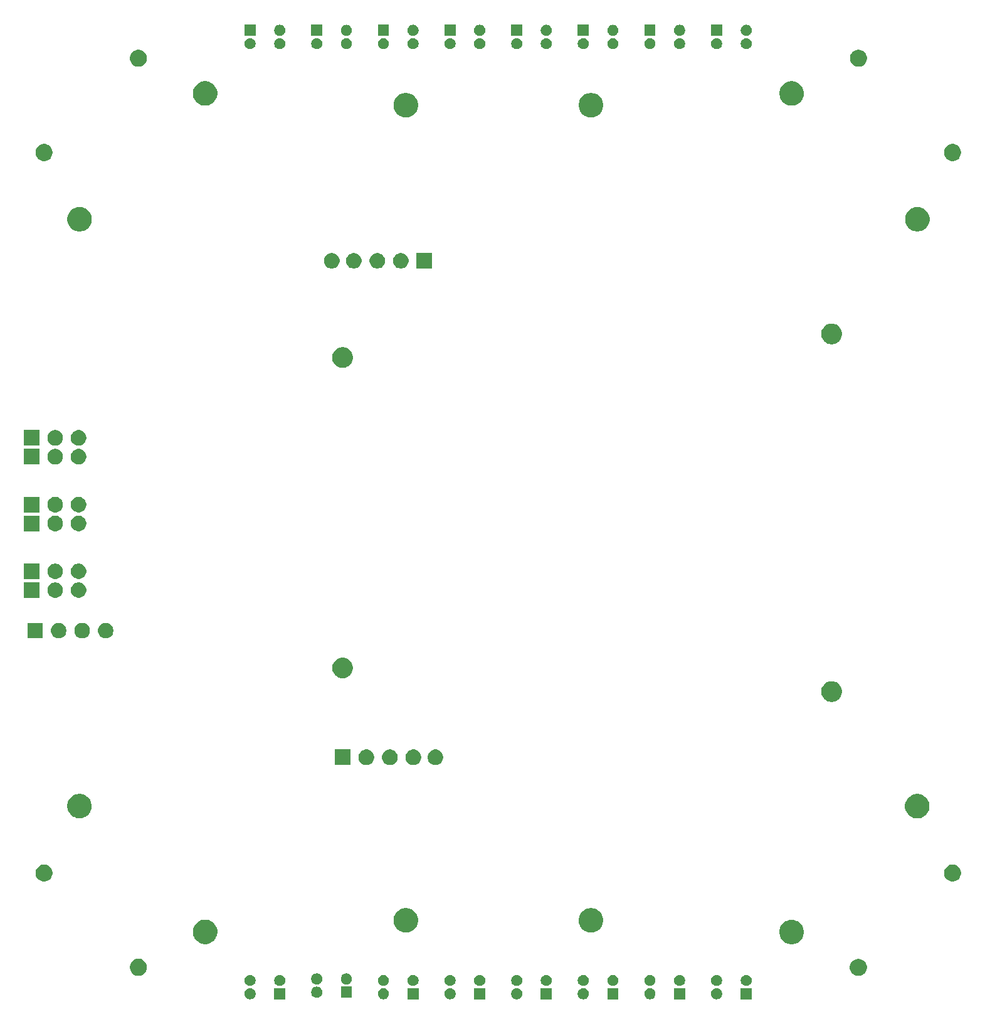
<source format=gbs>
G04 #@! TF.GenerationSoftware,KiCad,Pcbnew,(5.0.1)-rc2*
G04 #@! TF.CreationDate,2018-11-13T19:48:18+01:00*
G04 #@! TF.ProjectId,agv-skladiscni-v5,6167762D736B6C61646973636E692D76,rev?*
G04 #@! TF.SameCoordinates,Original*
G04 #@! TF.FileFunction,Soldermask,Bot*
G04 #@! TF.FilePolarity,Negative*
%FSLAX46Y46*%
G04 Gerber Fmt 4.6, Leading zero omitted, Abs format (unit mm)*
G04 Created by KiCad (PCBNEW (5.0.1)-rc2) date 13-Nov-18 07:48:18 PM*
%MOMM*%
%LPD*%
G01*
G04 APERTURE LIST*
%ADD10C,0.100000*%
G04 APERTURE END LIST*
D10*
G36*
X124221000Y-155651000D02*
X122719000Y-155651000D01*
X122719000Y-154149000D01*
X124221000Y-154149000D01*
X124221000Y-155651000D01*
X124221000Y-155651000D01*
G37*
G36*
X119602004Y-154160544D02*
X119689059Y-154177860D01*
X119825732Y-154234472D01*
X119825733Y-154234473D01*
X119948738Y-154316662D01*
X120053338Y-154421262D01*
X120053340Y-154421265D01*
X120135528Y-154544268D01*
X120192140Y-154680941D01*
X120221000Y-154826033D01*
X120221000Y-154973967D01*
X120192140Y-155119059D01*
X120135528Y-155255732D01*
X120135527Y-155255733D01*
X120053338Y-155378738D01*
X119948738Y-155483338D01*
X119948735Y-155483340D01*
X119825732Y-155565528D01*
X119689059Y-155622140D01*
X119602004Y-155639456D01*
X119543969Y-155651000D01*
X119396031Y-155651000D01*
X119337996Y-155639456D01*
X119250941Y-155622140D01*
X119114268Y-155565528D01*
X118991265Y-155483340D01*
X118991262Y-155483338D01*
X118886662Y-155378738D01*
X118804473Y-155255733D01*
X118804472Y-155255732D01*
X118747860Y-155119059D01*
X118719000Y-154973967D01*
X118719000Y-154826033D01*
X118747860Y-154680941D01*
X118804472Y-154544268D01*
X118886660Y-154421265D01*
X118886662Y-154421262D01*
X118991262Y-154316662D01*
X119114267Y-154234473D01*
X119114268Y-154234472D01*
X119250941Y-154177860D01*
X119337996Y-154160544D01*
X119396031Y-154149000D01*
X119543969Y-154149000D01*
X119602004Y-154160544D01*
X119602004Y-154160544D01*
G37*
G36*
X115221000Y-155651000D02*
X113719000Y-155651000D01*
X113719000Y-154149000D01*
X115221000Y-154149000D01*
X115221000Y-155651000D01*
X115221000Y-155651000D01*
G37*
G36*
X110602004Y-154160544D02*
X110689059Y-154177860D01*
X110825732Y-154234472D01*
X110825733Y-154234473D01*
X110948738Y-154316662D01*
X111053338Y-154421262D01*
X111053340Y-154421265D01*
X111135528Y-154544268D01*
X111192140Y-154680941D01*
X111221000Y-154826033D01*
X111221000Y-154973967D01*
X111192140Y-155119059D01*
X111135528Y-155255732D01*
X111135527Y-155255733D01*
X111053338Y-155378738D01*
X110948738Y-155483338D01*
X110948735Y-155483340D01*
X110825732Y-155565528D01*
X110689059Y-155622140D01*
X110602004Y-155639456D01*
X110543969Y-155651000D01*
X110396031Y-155651000D01*
X110337996Y-155639456D01*
X110250941Y-155622140D01*
X110114268Y-155565528D01*
X109991265Y-155483340D01*
X109991262Y-155483338D01*
X109886662Y-155378738D01*
X109804473Y-155255733D01*
X109804472Y-155255732D01*
X109747860Y-155119059D01*
X109719000Y-154973967D01*
X109719000Y-154826033D01*
X109747860Y-154680941D01*
X109804472Y-154544268D01*
X109886660Y-154421265D01*
X109886662Y-154421262D01*
X109991262Y-154316662D01*
X110114267Y-154234473D01*
X110114268Y-154234472D01*
X110250941Y-154177860D01*
X110337996Y-154160544D01*
X110396031Y-154149000D01*
X110543969Y-154149000D01*
X110602004Y-154160544D01*
X110602004Y-154160544D01*
G37*
G36*
X97221000Y-155651000D02*
X95719000Y-155651000D01*
X95719000Y-154149000D01*
X97221000Y-154149000D01*
X97221000Y-155651000D01*
X97221000Y-155651000D01*
G37*
G36*
X92602004Y-154160544D02*
X92689059Y-154177860D01*
X92825732Y-154234472D01*
X92825733Y-154234473D01*
X92948738Y-154316662D01*
X93053338Y-154421262D01*
X93053340Y-154421265D01*
X93135528Y-154544268D01*
X93192140Y-154680941D01*
X93221000Y-154826033D01*
X93221000Y-154973967D01*
X93192140Y-155119059D01*
X93135528Y-155255732D01*
X93135527Y-155255733D01*
X93053338Y-155378738D01*
X92948738Y-155483338D01*
X92948735Y-155483340D01*
X92825732Y-155565528D01*
X92689059Y-155622140D01*
X92602004Y-155639456D01*
X92543969Y-155651000D01*
X92396031Y-155651000D01*
X92337996Y-155639456D01*
X92250941Y-155622140D01*
X92114268Y-155565528D01*
X91991265Y-155483340D01*
X91991262Y-155483338D01*
X91886662Y-155378738D01*
X91804473Y-155255733D01*
X91804472Y-155255732D01*
X91747860Y-155119059D01*
X91719000Y-154973967D01*
X91719000Y-154826033D01*
X91747860Y-154680941D01*
X91804472Y-154544268D01*
X91886660Y-154421265D01*
X91886662Y-154421262D01*
X91991262Y-154316662D01*
X92114267Y-154234473D01*
X92114268Y-154234472D01*
X92250941Y-154177860D01*
X92337996Y-154160544D01*
X92396031Y-154149000D01*
X92543969Y-154149000D01*
X92602004Y-154160544D01*
X92602004Y-154160544D01*
G37*
G36*
X106221000Y-155651000D02*
X104719000Y-155651000D01*
X104719000Y-154149000D01*
X106221000Y-154149000D01*
X106221000Y-155651000D01*
X106221000Y-155651000D01*
G37*
G36*
X101602004Y-154160544D02*
X101689059Y-154177860D01*
X101825732Y-154234472D01*
X101825733Y-154234473D01*
X101948738Y-154316662D01*
X102053338Y-154421262D01*
X102053340Y-154421265D01*
X102135528Y-154544268D01*
X102192140Y-154680941D01*
X102221000Y-154826033D01*
X102221000Y-154973967D01*
X102192140Y-155119059D01*
X102135528Y-155255732D01*
X102135527Y-155255733D01*
X102053338Y-155378738D01*
X101948738Y-155483338D01*
X101948735Y-155483340D01*
X101825732Y-155565528D01*
X101689059Y-155622140D01*
X101602004Y-155639456D01*
X101543969Y-155651000D01*
X101396031Y-155651000D01*
X101337996Y-155639456D01*
X101250941Y-155622140D01*
X101114268Y-155565528D01*
X100991265Y-155483340D01*
X100991262Y-155483338D01*
X100886662Y-155378738D01*
X100804473Y-155255733D01*
X100804472Y-155255732D01*
X100747860Y-155119059D01*
X100719000Y-154973967D01*
X100719000Y-154826033D01*
X100747860Y-154680941D01*
X100804472Y-154544268D01*
X100886660Y-154421265D01*
X100886662Y-154421262D01*
X100991262Y-154316662D01*
X101114267Y-154234473D01*
X101114268Y-154234472D01*
X101250941Y-154177860D01*
X101337996Y-154160544D01*
X101396031Y-154149000D01*
X101543969Y-154149000D01*
X101602004Y-154160544D01*
X101602004Y-154160544D01*
G37*
G36*
X56602004Y-154160544D02*
X56689059Y-154177860D01*
X56825732Y-154234472D01*
X56825733Y-154234473D01*
X56948738Y-154316662D01*
X57053338Y-154421262D01*
X57053340Y-154421265D01*
X57135528Y-154544268D01*
X57192140Y-154680941D01*
X57221000Y-154826033D01*
X57221000Y-154973967D01*
X57192140Y-155119059D01*
X57135528Y-155255732D01*
X57135527Y-155255733D01*
X57053338Y-155378738D01*
X56948738Y-155483338D01*
X56948735Y-155483340D01*
X56825732Y-155565528D01*
X56689059Y-155622140D01*
X56602004Y-155639456D01*
X56543969Y-155651000D01*
X56396031Y-155651000D01*
X56337996Y-155639456D01*
X56250941Y-155622140D01*
X56114268Y-155565528D01*
X55991265Y-155483340D01*
X55991262Y-155483338D01*
X55886662Y-155378738D01*
X55804473Y-155255733D01*
X55804472Y-155255732D01*
X55747860Y-155119059D01*
X55719000Y-154973967D01*
X55719000Y-154826033D01*
X55747860Y-154680941D01*
X55804472Y-154544268D01*
X55886660Y-154421265D01*
X55886662Y-154421262D01*
X55991262Y-154316662D01*
X56114267Y-154234473D01*
X56114268Y-154234472D01*
X56250941Y-154177860D01*
X56337996Y-154160544D01*
X56396031Y-154149000D01*
X56543969Y-154149000D01*
X56602004Y-154160544D01*
X56602004Y-154160544D01*
G37*
G36*
X61221000Y-155651000D02*
X59719000Y-155651000D01*
X59719000Y-154149000D01*
X61221000Y-154149000D01*
X61221000Y-155651000D01*
X61221000Y-155651000D01*
G37*
G36*
X83602004Y-154160544D02*
X83689059Y-154177860D01*
X83825732Y-154234472D01*
X83825733Y-154234473D01*
X83948738Y-154316662D01*
X84053338Y-154421262D01*
X84053340Y-154421265D01*
X84135528Y-154544268D01*
X84192140Y-154680941D01*
X84221000Y-154826033D01*
X84221000Y-154973967D01*
X84192140Y-155119059D01*
X84135528Y-155255732D01*
X84135527Y-155255733D01*
X84053338Y-155378738D01*
X83948738Y-155483338D01*
X83948735Y-155483340D01*
X83825732Y-155565528D01*
X83689059Y-155622140D01*
X83602004Y-155639456D01*
X83543969Y-155651000D01*
X83396031Y-155651000D01*
X83337996Y-155639456D01*
X83250941Y-155622140D01*
X83114268Y-155565528D01*
X82991265Y-155483340D01*
X82991262Y-155483338D01*
X82886662Y-155378738D01*
X82804473Y-155255733D01*
X82804472Y-155255732D01*
X82747860Y-155119059D01*
X82719000Y-154973967D01*
X82719000Y-154826033D01*
X82747860Y-154680941D01*
X82804472Y-154544268D01*
X82886660Y-154421265D01*
X82886662Y-154421262D01*
X82991262Y-154316662D01*
X83114267Y-154234473D01*
X83114268Y-154234472D01*
X83250941Y-154177860D01*
X83337996Y-154160544D01*
X83396031Y-154149000D01*
X83543969Y-154149000D01*
X83602004Y-154160544D01*
X83602004Y-154160544D01*
G37*
G36*
X88221000Y-155651000D02*
X86719000Y-155651000D01*
X86719000Y-154149000D01*
X88221000Y-154149000D01*
X88221000Y-155651000D01*
X88221000Y-155651000D01*
G37*
G36*
X79221000Y-155651000D02*
X77719000Y-155651000D01*
X77719000Y-154149000D01*
X79221000Y-154149000D01*
X79221000Y-155651000D01*
X79221000Y-155651000D01*
G37*
G36*
X74602004Y-154160544D02*
X74689059Y-154177860D01*
X74825732Y-154234472D01*
X74825733Y-154234473D01*
X74948738Y-154316662D01*
X75053338Y-154421262D01*
X75053340Y-154421265D01*
X75135528Y-154544268D01*
X75192140Y-154680941D01*
X75221000Y-154826033D01*
X75221000Y-154973967D01*
X75192140Y-155119059D01*
X75135528Y-155255732D01*
X75135527Y-155255733D01*
X75053338Y-155378738D01*
X74948738Y-155483338D01*
X74948735Y-155483340D01*
X74825732Y-155565528D01*
X74689059Y-155622140D01*
X74602004Y-155639456D01*
X74543969Y-155651000D01*
X74396031Y-155651000D01*
X74337996Y-155639456D01*
X74250941Y-155622140D01*
X74114268Y-155565528D01*
X73991265Y-155483340D01*
X73991262Y-155483338D01*
X73886662Y-155378738D01*
X73804473Y-155255733D01*
X73804472Y-155255732D01*
X73747860Y-155119059D01*
X73719000Y-154973967D01*
X73719000Y-154826033D01*
X73747860Y-154680941D01*
X73804472Y-154544268D01*
X73886660Y-154421265D01*
X73886662Y-154421262D01*
X73991262Y-154316662D01*
X74114267Y-154234473D01*
X74114268Y-154234472D01*
X74250941Y-154177860D01*
X74337996Y-154160544D01*
X74396031Y-154149000D01*
X74543969Y-154149000D01*
X74602004Y-154160544D01*
X74602004Y-154160544D01*
G37*
G36*
X70221000Y-155451000D02*
X68719000Y-155451000D01*
X68719000Y-153949000D01*
X70221000Y-153949000D01*
X70221000Y-155451000D01*
X70221000Y-155451000D01*
G37*
G36*
X65602004Y-153960544D02*
X65689059Y-153977860D01*
X65825732Y-154034472D01*
X65825733Y-154034473D01*
X65948738Y-154116662D01*
X66053338Y-154221262D01*
X66053340Y-154221265D01*
X66135528Y-154344268D01*
X66192140Y-154480941D01*
X66221000Y-154626033D01*
X66221000Y-154773967D01*
X66192140Y-154919059D01*
X66135528Y-155055732D01*
X66135527Y-155055733D01*
X66053338Y-155178738D01*
X65948738Y-155283338D01*
X65948735Y-155283340D01*
X65825732Y-155365528D01*
X65689059Y-155422140D01*
X65602004Y-155439456D01*
X65543969Y-155451000D01*
X65396031Y-155451000D01*
X65337996Y-155439456D01*
X65250941Y-155422140D01*
X65114268Y-155365528D01*
X64991265Y-155283340D01*
X64991262Y-155283338D01*
X64886662Y-155178738D01*
X64804473Y-155055733D01*
X64804472Y-155055732D01*
X64747860Y-154919059D01*
X64719000Y-154773967D01*
X64719000Y-154626033D01*
X64747860Y-154480941D01*
X64804472Y-154344268D01*
X64886660Y-154221265D01*
X64886662Y-154221262D01*
X64991262Y-154116662D01*
X65114267Y-154034473D01*
X65114268Y-154034472D01*
X65250941Y-153977860D01*
X65337996Y-153960544D01*
X65396031Y-153949000D01*
X65543969Y-153949000D01*
X65602004Y-153960544D01*
X65602004Y-153960544D01*
G37*
G36*
X101599284Y-152360003D02*
X101689059Y-152377860D01*
X101825732Y-152434472D01*
X101825733Y-152434473D01*
X101948738Y-152516662D01*
X102053338Y-152621262D01*
X102053340Y-152621265D01*
X102135528Y-152744268D01*
X102192140Y-152880941D01*
X102221000Y-153026033D01*
X102221000Y-153173967D01*
X102192140Y-153319059D01*
X102135528Y-153455732D01*
X102135527Y-153455733D01*
X102053338Y-153578738D01*
X101948738Y-153683338D01*
X101948735Y-153683340D01*
X101825732Y-153765528D01*
X101689059Y-153822140D01*
X101602004Y-153839456D01*
X101543969Y-153851000D01*
X101396031Y-153851000D01*
X101337996Y-153839456D01*
X101250941Y-153822140D01*
X101114268Y-153765528D01*
X100991265Y-153683340D01*
X100991262Y-153683338D01*
X100886662Y-153578738D01*
X100804473Y-153455733D01*
X100804472Y-153455732D01*
X100747860Y-153319059D01*
X100719000Y-153173967D01*
X100719000Y-153026033D01*
X100747860Y-152880941D01*
X100804472Y-152744268D01*
X100886660Y-152621265D01*
X100886662Y-152621262D01*
X100991262Y-152516662D01*
X101114267Y-152434473D01*
X101114268Y-152434472D01*
X101250941Y-152377860D01*
X101340716Y-152360003D01*
X101396031Y-152349000D01*
X101543969Y-152349000D01*
X101599284Y-152360003D01*
X101599284Y-152360003D01*
G37*
G36*
X110599284Y-152360003D02*
X110689059Y-152377860D01*
X110825732Y-152434472D01*
X110825733Y-152434473D01*
X110948738Y-152516662D01*
X111053338Y-152621262D01*
X111053340Y-152621265D01*
X111135528Y-152744268D01*
X111192140Y-152880941D01*
X111221000Y-153026033D01*
X111221000Y-153173967D01*
X111192140Y-153319059D01*
X111135528Y-153455732D01*
X111135527Y-153455733D01*
X111053338Y-153578738D01*
X110948738Y-153683338D01*
X110948735Y-153683340D01*
X110825732Y-153765528D01*
X110689059Y-153822140D01*
X110602004Y-153839456D01*
X110543969Y-153851000D01*
X110396031Y-153851000D01*
X110337996Y-153839456D01*
X110250941Y-153822140D01*
X110114268Y-153765528D01*
X109991265Y-153683340D01*
X109991262Y-153683338D01*
X109886662Y-153578738D01*
X109804473Y-153455733D01*
X109804472Y-153455732D01*
X109747860Y-153319059D01*
X109719000Y-153173967D01*
X109719000Y-153026033D01*
X109747860Y-152880941D01*
X109804472Y-152744268D01*
X109886660Y-152621265D01*
X109886662Y-152621262D01*
X109991262Y-152516662D01*
X110114267Y-152434473D01*
X110114268Y-152434472D01*
X110250941Y-152377860D01*
X110340716Y-152360003D01*
X110396031Y-152349000D01*
X110543969Y-152349000D01*
X110599284Y-152360003D01*
X110599284Y-152360003D01*
G37*
G36*
X123599284Y-152360003D02*
X123689059Y-152377860D01*
X123825732Y-152434472D01*
X123825733Y-152434473D01*
X123948738Y-152516662D01*
X124053338Y-152621262D01*
X124053340Y-152621265D01*
X124135528Y-152744268D01*
X124192140Y-152880941D01*
X124221000Y-153026033D01*
X124221000Y-153173967D01*
X124192140Y-153319059D01*
X124135528Y-153455732D01*
X124135527Y-153455733D01*
X124053338Y-153578738D01*
X123948738Y-153683338D01*
X123948735Y-153683340D01*
X123825732Y-153765528D01*
X123689059Y-153822140D01*
X123602004Y-153839456D01*
X123543969Y-153851000D01*
X123396031Y-153851000D01*
X123337996Y-153839456D01*
X123250941Y-153822140D01*
X123114268Y-153765528D01*
X122991265Y-153683340D01*
X122991262Y-153683338D01*
X122886662Y-153578738D01*
X122804473Y-153455733D01*
X122804472Y-153455732D01*
X122747860Y-153319059D01*
X122719000Y-153173967D01*
X122719000Y-153026033D01*
X122747860Y-152880941D01*
X122804472Y-152744268D01*
X122886660Y-152621265D01*
X122886662Y-152621262D01*
X122991262Y-152516662D01*
X123114267Y-152434473D01*
X123114268Y-152434472D01*
X123250941Y-152377860D01*
X123340716Y-152360003D01*
X123396031Y-152349000D01*
X123543969Y-152349000D01*
X123599284Y-152360003D01*
X123599284Y-152360003D01*
G37*
G36*
X119599284Y-152360003D02*
X119689059Y-152377860D01*
X119825732Y-152434472D01*
X119825733Y-152434473D01*
X119948738Y-152516662D01*
X120053338Y-152621262D01*
X120053340Y-152621265D01*
X120135528Y-152744268D01*
X120192140Y-152880941D01*
X120221000Y-153026033D01*
X120221000Y-153173967D01*
X120192140Y-153319059D01*
X120135528Y-153455732D01*
X120135527Y-153455733D01*
X120053338Y-153578738D01*
X119948738Y-153683338D01*
X119948735Y-153683340D01*
X119825732Y-153765528D01*
X119689059Y-153822140D01*
X119602004Y-153839456D01*
X119543969Y-153851000D01*
X119396031Y-153851000D01*
X119337996Y-153839456D01*
X119250941Y-153822140D01*
X119114268Y-153765528D01*
X118991265Y-153683340D01*
X118991262Y-153683338D01*
X118886662Y-153578738D01*
X118804473Y-153455733D01*
X118804472Y-153455732D01*
X118747860Y-153319059D01*
X118719000Y-153173967D01*
X118719000Y-153026033D01*
X118747860Y-152880941D01*
X118804472Y-152744268D01*
X118886660Y-152621265D01*
X118886662Y-152621262D01*
X118991262Y-152516662D01*
X119114267Y-152434473D01*
X119114268Y-152434472D01*
X119250941Y-152377860D01*
X119340716Y-152360003D01*
X119396031Y-152349000D01*
X119543969Y-152349000D01*
X119599284Y-152360003D01*
X119599284Y-152360003D01*
G37*
G36*
X96599284Y-152360003D02*
X96689059Y-152377860D01*
X96825732Y-152434472D01*
X96825733Y-152434473D01*
X96948738Y-152516662D01*
X97053338Y-152621262D01*
X97053340Y-152621265D01*
X97135528Y-152744268D01*
X97192140Y-152880941D01*
X97221000Y-153026033D01*
X97221000Y-153173967D01*
X97192140Y-153319059D01*
X97135528Y-153455732D01*
X97135527Y-153455733D01*
X97053338Y-153578738D01*
X96948738Y-153683338D01*
X96948735Y-153683340D01*
X96825732Y-153765528D01*
X96689059Y-153822140D01*
X96602004Y-153839456D01*
X96543969Y-153851000D01*
X96396031Y-153851000D01*
X96337996Y-153839456D01*
X96250941Y-153822140D01*
X96114268Y-153765528D01*
X95991265Y-153683340D01*
X95991262Y-153683338D01*
X95886662Y-153578738D01*
X95804473Y-153455733D01*
X95804472Y-153455732D01*
X95747860Y-153319059D01*
X95719000Y-153173967D01*
X95719000Y-153026033D01*
X95747860Y-152880941D01*
X95804472Y-152744268D01*
X95886660Y-152621265D01*
X95886662Y-152621262D01*
X95991262Y-152516662D01*
X96114267Y-152434473D01*
X96114268Y-152434472D01*
X96250941Y-152377860D01*
X96340716Y-152360003D01*
X96396031Y-152349000D01*
X96543969Y-152349000D01*
X96599284Y-152360003D01*
X96599284Y-152360003D01*
G37*
G36*
X92599284Y-152360003D02*
X92689059Y-152377860D01*
X92825732Y-152434472D01*
X92825733Y-152434473D01*
X92948738Y-152516662D01*
X93053338Y-152621262D01*
X93053340Y-152621265D01*
X93135528Y-152744268D01*
X93192140Y-152880941D01*
X93221000Y-153026033D01*
X93221000Y-153173967D01*
X93192140Y-153319059D01*
X93135528Y-153455732D01*
X93135527Y-153455733D01*
X93053338Y-153578738D01*
X92948738Y-153683338D01*
X92948735Y-153683340D01*
X92825732Y-153765528D01*
X92689059Y-153822140D01*
X92602004Y-153839456D01*
X92543969Y-153851000D01*
X92396031Y-153851000D01*
X92337996Y-153839456D01*
X92250941Y-153822140D01*
X92114268Y-153765528D01*
X91991265Y-153683340D01*
X91991262Y-153683338D01*
X91886662Y-153578738D01*
X91804473Y-153455733D01*
X91804472Y-153455732D01*
X91747860Y-153319059D01*
X91719000Y-153173967D01*
X91719000Y-153026033D01*
X91747860Y-152880941D01*
X91804472Y-152744268D01*
X91886660Y-152621265D01*
X91886662Y-152621262D01*
X91991262Y-152516662D01*
X92114267Y-152434473D01*
X92114268Y-152434472D01*
X92250941Y-152377860D01*
X92340716Y-152360003D01*
X92396031Y-152349000D01*
X92543969Y-152349000D01*
X92599284Y-152360003D01*
X92599284Y-152360003D01*
G37*
G36*
X105599284Y-152360003D02*
X105689059Y-152377860D01*
X105825732Y-152434472D01*
X105825733Y-152434473D01*
X105948738Y-152516662D01*
X106053338Y-152621262D01*
X106053340Y-152621265D01*
X106135528Y-152744268D01*
X106192140Y-152880941D01*
X106221000Y-153026033D01*
X106221000Y-153173967D01*
X106192140Y-153319059D01*
X106135528Y-153455732D01*
X106135527Y-153455733D01*
X106053338Y-153578738D01*
X105948738Y-153683338D01*
X105948735Y-153683340D01*
X105825732Y-153765528D01*
X105689059Y-153822140D01*
X105602004Y-153839456D01*
X105543969Y-153851000D01*
X105396031Y-153851000D01*
X105337996Y-153839456D01*
X105250941Y-153822140D01*
X105114268Y-153765528D01*
X104991265Y-153683340D01*
X104991262Y-153683338D01*
X104886662Y-153578738D01*
X104804473Y-153455733D01*
X104804472Y-153455732D01*
X104747860Y-153319059D01*
X104719000Y-153173967D01*
X104719000Y-153026033D01*
X104747860Y-152880941D01*
X104804472Y-152744268D01*
X104886660Y-152621265D01*
X104886662Y-152621262D01*
X104991262Y-152516662D01*
X105114267Y-152434473D01*
X105114268Y-152434472D01*
X105250941Y-152377860D01*
X105340716Y-152360003D01*
X105396031Y-152349000D01*
X105543969Y-152349000D01*
X105599284Y-152360003D01*
X105599284Y-152360003D01*
G37*
G36*
X60599284Y-152360003D02*
X60689059Y-152377860D01*
X60825732Y-152434472D01*
X60825733Y-152434473D01*
X60948738Y-152516662D01*
X61053338Y-152621262D01*
X61053340Y-152621265D01*
X61135528Y-152744268D01*
X61192140Y-152880941D01*
X61221000Y-153026033D01*
X61221000Y-153173967D01*
X61192140Y-153319059D01*
X61135528Y-153455732D01*
X61135527Y-153455733D01*
X61053338Y-153578738D01*
X60948738Y-153683338D01*
X60948735Y-153683340D01*
X60825732Y-153765528D01*
X60689059Y-153822140D01*
X60602004Y-153839456D01*
X60543969Y-153851000D01*
X60396031Y-153851000D01*
X60337996Y-153839456D01*
X60250941Y-153822140D01*
X60114268Y-153765528D01*
X59991265Y-153683340D01*
X59991262Y-153683338D01*
X59886662Y-153578738D01*
X59804473Y-153455733D01*
X59804472Y-153455732D01*
X59747860Y-153319059D01*
X59719000Y-153173967D01*
X59719000Y-153026033D01*
X59747860Y-152880941D01*
X59804472Y-152744268D01*
X59886660Y-152621265D01*
X59886662Y-152621262D01*
X59991262Y-152516662D01*
X60114267Y-152434473D01*
X60114268Y-152434472D01*
X60250941Y-152377860D01*
X60340716Y-152360003D01*
X60396031Y-152349000D01*
X60543969Y-152349000D01*
X60599284Y-152360003D01*
X60599284Y-152360003D01*
G37*
G36*
X56599284Y-152360003D02*
X56689059Y-152377860D01*
X56825732Y-152434472D01*
X56825733Y-152434473D01*
X56948738Y-152516662D01*
X57053338Y-152621262D01*
X57053340Y-152621265D01*
X57135528Y-152744268D01*
X57192140Y-152880941D01*
X57221000Y-153026033D01*
X57221000Y-153173967D01*
X57192140Y-153319059D01*
X57135528Y-153455732D01*
X57135527Y-153455733D01*
X57053338Y-153578738D01*
X56948738Y-153683338D01*
X56948735Y-153683340D01*
X56825732Y-153765528D01*
X56689059Y-153822140D01*
X56602004Y-153839456D01*
X56543969Y-153851000D01*
X56396031Y-153851000D01*
X56337996Y-153839456D01*
X56250941Y-153822140D01*
X56114268Y-153765528D01*
X55991265Y-153683340D01*
X55991262Y-153683338D01*
X55886662Y-153578738D01*
X55804473Y-153455733D01*
X55804472Y-153455732D01*
X55747860Y-153319059D01*
X55719000Y-153173967D01*
X55719000Y-153026033D01*
X55747860Y-152880941D01*
X55804472Y-152744268D01*
X55886660Y-152621265D01*
X55886662Y-152621262D01*
X55991262Y-152516662D01*
X56114267Y-152434473D01*
X56114268Y-152434472D01*
X56250941Y-152377860D01*
X56340716Y-152360003D01*
X56396031Y-152349000D01*
X56543969Y-152349000D01*
X56599284Y-152360003D01*
X56599284Y-152360003D01*
G37*
G36*
X83599284Y-152360003D02*
X83689059Y-152377860D01*
X83825732Y-152434472D01*
X83825733Y-152434473D01*
X83948738Y-152516662D01*
X84053338Y-152621262D01*
X84053340Y-152621265D01*
X84135528Y-152744268D01*
X84192140Y-152880941D01*
X84221000Y-153026033D01*
X84221000Y-153173967D01*
X84192140Y-153319059D01*
X84135528Y-153455732D01*
X84135527Y-153455733D01*
X84053338Y-153578738D01*
X83948738Y-153683338D01*
X83948735Y-153683340D01*
X83825732Y-153765528D01*
X83689059Y-153822140D01*
X83602004Y-153839456D01*
X83543969Y-153851000D01*
X83396031Y-153851000D01*
X83337996Y-153839456D01*
X83250941Y-153822140D01*
X83114268Y-153765528D01*
X82991265Y-153683340D01*
X82991262Y-153683338D01*
X82886662Y-153578738D01*
X82804473Y-153455733D01*
X82804472Y-153455732D01*
X82747860Y-153319059D01*
X82719000Y-153173967D01*
X82719000Y-153026033D01*
X82747860Y-152880941D01*
X82804472Y-152744268D01*
X82886660Y-152621265D01*
X82886662Y-152621262D01*
X82991262Y-152516662D01*
X83114267Y-152434473D01*
X83114268Y-152434472D01*
X83250941Y-152377860D01*
X83340716Y-152360003D01*
X83396031Y-152349000D01*
X83543969Y-152349000D01*
X83599284Y-152360003D01*
X83599284Y-152360003D01*
G37*
G36*
X114599284Y-152360003D02*
X114689059Y-152377860D01*
X114825732Y-152434472D01*
X114825733Y-152434473D01*
X114948738Y-152516662D01*
X115053338Y-152621262D01*
X115053340Y-152621265D01*
X115135528Y-152744268D01*
X115192140Y-152880941D01*
X115221000Y-153026033D01*
X115221000Y-153173967D01*
X115192140Y-153319059D01*
X115135528Y-153455732D01*
X115135527Y-153455733D01*
X115053338Y-153578738D01*
X114948738Y-153683338D01*
X114948735Y-153683340D01*
X114825732Y-153765528D01*
X114689059Y-153822140D01*
X114602004Y-153839456D01*
X114543969Y-153851000D01*
X114396031Y-153851000D01*
X114337996Y-153839456D01*
X114250941Y-153822140D01*
X114114268Y-153765528D01*
X113991265Y-153683340D01*
X113991262Y-153683338D01*
X113886662Y-153578738D01*
X113804473Y-153455733D01*
X113804472Y-153455732D01*
X113747860Y-153319059D01*
X113719000Y-153173967D01*
X113719000Y-153026033D01*
X113747860Y-152880941D01*
X113804472Y-152744268D01*
X113886660Y-152621265D01*
X113886662Y-152621262D01*
X113991262Y-152516662D01*
X114114267Y-152434473D01*
X114114268Y-152434472D01*
X114250941Y-152377860D01*
X114340716Y-152360003D01*
X114396031Y-152349000D01*
X114543969Y-152349000D01*
X114599284Y-152360003D01*
X114599284Y-152360003D01*
G37*
G36*
X78599284Y-152360003D02*
X78689059Y-152377860D01*
X78825732Y-152434472D01*
X78825733Y-152434473D01*
X78948738Y-152516662D01*
X79053338Y-152621262D01*
X79053340Y-152621265D01*
X79135528Y-152744268D01*
X79192140Y-152880941D01*
X79221000Y-153026033D01*
X79221000Y-153173967D01*
X79192140Y-153319059D01*
X79135528Y-153455732D01*
X79135527Y-153455733D01*
X79053338Y-153578738D01*
X78948738Y-153683338D01*
X78948735Y-153683340D01*
X78825732Y-153765528D01*
X78689059Y-153822140D01*
X78602004Y-153839456D01*
X78543969Y-153851000D01*
X78396031Y-153851000D01*
X78337996Y-153839456D01*
X78250941Y-153822140D01*
X78114268Y-153765528D01*
X77991265Y-153683340D01*
X77991262Y-153683338D01*
X77886662Y-153578738D01*
X77804473Y-153455733D01*
X77804472Y-153455732D01*
X77747860Y-153319059D01*
X77719000Y-153173967D01*
X77719000Y-153026033D01*
X77747860Y-152880941D01*
X77804472Y-152744268D01*
X77886660Y-152621265D01*
X77886662Y-152621262D01*
X77991262Y-152516662D01*
X78114267Y-152434473D01*
X78114268Y-152434472D01*
X78250941Y-152377860D01*
X78340716Y-152360003D01*
X78396031Y-152349000D01*
X78543969Y-152349000D01*
X78599284Y-152360003D01*
X78599284Y-152360003D01*
G37*
G36*
X87599284Y-152360003D02*
X87689059Y-152377860D01*
X87825732Y-152434472D01*
X87825733Y-152434473D01*
X87948738Y-152516662D01*
X88053338Y-152621262D01*
X88053340Y-152621265D01*
X88135528Y-152744268D01*
X88192140Y-152880941D01*
X88221000Y-153026033D01*
X88221000Y-153173967D01*
X88192140Y-153319059D01*
X88135528Y-153455732D01*
X88135527Y-153455733D01*
X88053338Y-153578738D01*
X87948738Y-153683338D01*
X87948735Y-153683340D01*
X87825732Y-153765528D01*
X87689059Y-153822140D01*
X87602004Y-153839456D01*
X87543969Y-153851000D01*
X87396031Y-153851000D01*
X87337996Y-153839456D01*
X87250941Y-153822140D01*
X87114268Y-153765528D01*
X86991265Y-153683340D01*
X86991262Y-153683338D01*
X86886662Y-153578738D01*
X86804473Y-153455733D01*
X86804472Y-153455732D01*
X86747860Y-153319059D01*
X86719000Y-153173967D01*
X86719000Y-153026033D01*
X86747860Y-152880941D01*
X86804472Y-152744268D01*
X86886660Y-152621265D01*
X86886662Y-152621262D01*
X86991262Y-152516662D01*
X87114267Y-152434473D01*
X87114268Y-152434472D01*
X87250941Y-152377860D01*
X87340716Y-152360003D01*
X87396031Y-152349000D01*
X87543969Y-152349000D01*
X87599284Y-152360003D01*
X87599284Y-152360003D01*
G37*
G36*
X74599284Y-152360003D02*
X74689059Y-152377860D01*
X74825732Y-152434472D01*
X74825733Y-152434473D01*
X74948738Y-152516662D01*
X75053338Y-152621262D01*
X75053340Y-152621265D01*
X75135528Y-152744268D01*
X75192140Y-152880941D01*
X75221000Y-153026033D01*
X75221000Y-153173967D01*
X75192140Y-153319059D01*
X75135528Y-153455732D01*
X75135527Y-153455733D01*
X75053338Y-153578738D01*
X74948738Y-153683338D01*
X74948735Y-153683340D01*
X74825732Y-153765528D01*
X74689059Y-153822140D01*
X74602004Y-153839456D01*
X74543969Y-153851000D01*
X74396031Y-153851000D01*
X74337996Y-153839456D01*
X74250941Y-153822140D01*
X74114268Y-153765528D01*
X73991265Y-153683340D01*
X73991262Y-153683338D01*
X73886662Y-153578738D01*
X73804473Y-153455733D01*
X73804472Y-153455732D01*
X73747860Y-153319059D01*
X73719000Y-153173967D01*
X73719000Y-153026033D01*
X73747860Y-152880941D01*
X73804472Y-152744268D01*
X73886660Y-152621265D01*
X73886662Y-152621262D01*
X73991262Y-152516662D01*
X74114267Y-152434473D01*
X74114268Y-152434472D01*
X74250941Y-152377860D01*
X74340716Y-152360003D01*
X74396031Y-152349000D01*
X74543969Y-152349000D01*
X74599284Y-152360003D01*
X74599284Y-152360003D01*
G37*
G36*
X65602004Y-152160544D02*
X65689059Y-152177860D01*
X65825732Y-152234472D01*
X65825733Y-152234473D01*
X65948738Y-152316662D01*
X66053338Y-152421262D01*
X66053340Y-152421265D01*
X66135528Y-152544268D01*
X66192140Y-152680941D01*
X66221000Y-152826033D01*
X66221000Y-152973967D01*
X66192140Y-153119059D01*
X66135528Y-153255732D01*
X66135527Y-153255733D01*
X66053338Y-153378738D01*
X65948738Y-153483338D01*
X65948735Y-153483340D01*
X65825732Y-153565528D01*
X65689059Y-153622140D01*
X65602004Y-153639456D01*
X65543969Y-153651000D01*
X65396031Y-153651000D01*
X65337996Y-153639456D01*
X65250941Y-153622140D01*
X65114268Y-153565528D01*
X64991265Y-153483340D01*
X64991262Y-153483338D01*
X64886662Y-153378738D01*
X64804473Y-153255733D01*
X64804472Y-153255732D01*
X64747860Y-153119059D01*
X64719000Y-152973967D01*
X64719000Y-152826033D01*
X64747860Y-152680941D01*
X64804472Y-152544268D01*
X64886660Y-152421265D01*
X64886662Y-152421262D01*
X64991262Y-152316662D01*
X65114267Y-152234473D01*
X65114268Y-152234472D01*
X65250941Y-152177860D01*
X65337996Y-152160544D01*
X65396031Y-152149000D01*
X65543969Y-152149000D01*
X65602004Y-152160544D01*
X65602004Y-152160544D01*
G37*
G36*
X69602004Y-152160544D02*
X69689059Y-152177860D01*
X69825732Y-152234472D01*
X69825733Y-152234473D01*
X69948738Y-152316662D01*
X70053338Y-152421262D01*
X70053340Y-152421265D01*
X70135528Y-152544268D01*
X70192140Y-152680941D01*
X70221000Y-152826033D01*
X70221000Y-152973967D01*
X70192140Y-153119059D01*
X70135528Y-153255732D01*
X70135527Y-153255733D01*
X70053338Y-153378738D01*
X69948738Y-153483338D01*
X69948735Y-153483340D01*
X69825732Y-153565528D01*
X69689059Y-153622140D01*
X69602004Y-153639456D01*
X69543969Y-153651000D01*
X69396031Y-153651000D01*
X69337996Y-153639456D01*
X69250941Y-153622140D01*
X69114268Y-153565528D01*
X68991265Y-153483340D01*
X68991262Y-153483338D01*
X68886662Y-153378738D01*
X68804473Y-153255733D01*
X68804472Y-153255732D01*
X68747860Y-153119059D01*
X68719000Y-152973967D01*
X68719000Y-152826033D01*
X68747860Y-152680941D01*
X68804472Y-152544268D01*
X68886660Y-152421265D01*
X68886662Y-152421262D01*
X68991262Y-152316662D01*
X69114267Y-152234473D01*
X69114268Y-152234472D01*
X69250941Y-152177860D01*
X69337996Y-152160544D01*
X69396031Y-152149000D01*
X69543969Y-152149000D01*
X69602004Y-152160544D01*
X69602004Y-152160544D01*
G37*
G36*
X138945734Y-150233232D02*
X139155202Y-150319996D01*
X139343723Y-150445962D01*
X139504038Y-150606277D01*
X139630004Y-150794798D01*
X139716768Y-151004266D01*
X139761000Y-151226635D01*
X139761000Y-151453365D01*
X139716768Y-151675734D01*
X139630004Y-151885202D01*
X139504038Y-152073723D01*
X139343723Y-152234038D01*
X139155202Y-152360004D01*
X138945734Y-152446768D01*
X138723365Y-152491000D01*
X138496635Y-152491000D01*
X138274266Y-152446768D01*
X138064798Y-152360004D01*
X137876277Y-152234038D01*
X137715962Y-152073723D01*
X137589996Y-151885202D01*
X137503232Y-151675734D01*
X137459000Y-151453365D01*
X137459000Y-151226635D01*
X137503232Y-151004266D01*
X137589996Y-150794798D01*
X137715962Y-150606277D01*
X137876277Y-150445962D01*
X138064798Y-150319996D01*
X138274266Y-150233232D01*
X138496635Y-150189000D01*
X138723365Y-150189000D01*
X138945734Y-150233232D01*
X138945734Y-150233232D01*
G37*
G36*
X41725734Y-150223232D02*
X41935202Y-150309996D01*
X42123723Y-150435962D01*
X42284038Y-150596277D01*
X42410004Y-150784798D01*
X42496768Y-150994266D01*
X42541000Y-151216635D01*
X42541000Y-151443365D01*
X42496768Y-151665734D01*
X42410004Y-151875202D01*
X42284038Y-152063723D01*
X42123723Y-152224038D01*
X41935202Y-152350004D01*
X41725734Y-152436768D01*
X41503365Y-152481000D01*
X41276635Y-152481000D01*
X41054266Y-152436768D01*
X40844798Y-152350004D01*
X40656277Y-152224038D01*
X40495962Y-152063723D01*
X40369996Y-151875202D01*
X40283232Y-151665734D01*
X40239000Y-151443365D01*
X40239000Y-151216635D01*
X40283232Y-150994266D01*
X40369996Y-150784798D01*
X40495962Y-150596277D01*
X40656277Y-150435962D01*
X40844798Y-150309996D01*
X41054266Y-150223232D01*
X41276635Y-150179000D01*
X41503365Y-150179000D01*
X41725734Y-150223232D01*
X41725734Y-150223232D01*
G37*
G36*
X129965256Y-144961298D02*
X130071579Y-144982447D01*
X130284037Y-145070450D01*
X130347898Y-145096902D01*
X130372042Y-145106903D01*
X130627485Y-145277585D01*
X130642454Y-145287587D01*
X130872413Y-145517546D01*
X130872415Y-145517549D01*
X131053097Y-145787958D01*
X131173411Y-146078421D01*
X131177553Y-146088422D01*
X131241000Y-146407389D01*
X131241000Y-146732611D01*
X131177553Y-147051578D01*
X131053098Y-147352040D01*
X130872413Y-147622454D01*
X130642454Y-147852413D01*
X130642451Y-147852415D01*
X130372042Y-148033097D01*
X130071579Y-148157553D01*
X129965256Y-148178702D01*
X129752611Y-148221000D01*
X129427389Y-148221000D01*
X129214744Y-148178702D01*
X129108421Y-148157553D01*
X128807958Y-148033097D01*
X128537549Y-147852415D01*
X128537546Y-147852413D01*
X128307587Y-147622454D01*
X128126902Y-147352040D01*
X128002447Y-147051578D01*
X127939000Y-146732611D01*
X127939000Y-146407389D01*
X128002447Y-146088422D01*
X128006590Y-146078421D01*
X128126903Y-145787958D01*
X128307585Y-145517549D01*
X128307587Y-145517546D01*
X128537546Y-145287587D01*
X128552515Y-145277585D01*
X128807958Y-145106903D01*
X128832103Y-145096902D01*
X128895963Y-145070450D01*
X129108421Y-144982447D01*
X129214744Y-144961298D01*
X129427389Y-144919000D01*
X129752611Y-144919000D01*
X129965256Y-144961298D01*
X129965256Y-144961298D01*
G37*
G36*
X50775256Y-144951298D02*
X50881579Y-144972447D01*
X51182042Y-145096903D01*
X51448852Y-145275180D01*
X51452454Y-145277587D01*
X51682413Y-145507546D01*
X51682415Y-145507549D01*
X51863097Y-145777958D01*
X51976796Y-146052451D01*
X51987553Y-146078422D01*
X52051000Y-146397389D01*
X52051000Y-146722611D01*
X52008702Y-146935256D01*
X51987553Y-147041579D01*
X51863097Y-147342042D01*
X51856415Y-147352042D01*
X51682413Y-147612454D01*
X51452454Y-147842413D01*
X51452451Y-147842415D01*
X51182042Y-148023097D01*
X51182041Y-148023098D01*
X51182040Y-148023098D01*
X51094037Y-148059550D01*
X50881579Y-148147553D01*
X50775256Y-148168702D01*
X50562611Y-148211000D01*
X50237389Y-148211000D01*
X50024744Y-148168702D01*
X49918421Y-148147553D01*
X49705963Y-148059550D01*
X49617960Y-148023098D01*
X49617959Y-148023098D01*
X49617958Y-148023097D01*
X49347549Y-147842415D01*
X49347546Y-147842413D01*
X49117587Y-147612454D01*
X48943585Y-147352042D01*
X48936903Y-147342042D01*
X48812447Y-147041579D01*
X48791298Y-146935256D01*
X48749000Y-146722611D01*
X48749000Y-146397389D01*
X48812447Y-146078422D01*
X48823205Y-146052451D01*
X48936903Y-145777958D01*
X49117585Y-145507549D01*
X49117587Y-145507546D01*
X49347546Y-145277587D01*
X49351148Y-145275180D01*
X49617958Y-145096903D01*
X49918421Y-144972447D01*
X50024744Y-144951298D01*
X50237389Y-144909000D01*
X50562611Y-144909000D01*
X50775256Y-144951298D01*
X50775256Y-144951298D01*
G37*
G36*
X102875256Y-143391298D02*
X102981579Y-143412447D01*
X103282042Y-143536903D01*
X103548852Y-143715180D01*
X103552454Y-143717587D01*
X103782413Y-143947546D01*
X103963098Y-144217960D01*
X104087553Y-144518422D01*
X104151000Y-144837389D01*
X104151000Y-145162611D01*
X104108702Y-145375256D01*
X104087553Y-145481579D01*
X103963097Y-145782042D01*
X103784820Y-146048852D01*
X103782413Y-146052454D01*
X103552454Y-146282413D01*
X103552451Y-146282415D01*
X103282042Y-146463097D01*
X102981579Y-146587553D01*
X102875256Y-146608702D01*
X102662611Y-146651000D01*
X102337389Y-146651000D01*
X102124744Y-146608702D01*
X102018421Y-146587553D01*
X101717958Y-146463097D01*
X101447549Y-146282415D01*
X101447546Y-146282413D01*
X101217587Y-146052454D01*
X101215180Y-146048852D01*
X101036903Y-145782042D01*
X100912447Y-145481579D01*
X100891298Y-145375256D01*
X100849000Y-145162611D01*
X100849000Y-144837389D01*
X100912447Y-144518422D01*
X101036902Y-144217960D01*
X101217587Y-143947546D01*
X101447546Y-143717587D01*
X101451148Y-143715180D01*
X101717958Y-143536903D01*
X102018421Y-143412447D01*
X102124744Y-143391298D01*
X102337389Y-143349000D01*
X102662611Y-143349000D01*
X102875256Y-143391298D01*
X102875256Y-143391298D01*
G37*
G36*
X77875256Y-143391298D02*
X77981579Y-143412447D01*
X78282042Y-143536903D01*
X78548852Y-143715180D01*
X78552454Y-143717587D01*
X78782413Y-143947546D01*
X78963098Y-144217960D01*
X79087553Y-144518422D01*
X79151000Y-144837389D01*
X79151000Y-145162611D01*
X79108702Y-145375256D01*
X79087553Y-145481579D01*
X78963097Y-145782042D01*
X78784820Y-146048852D01*
X78782413Y-146052454D01*
X78552454Y-146282413D01*
X78552451Y-146282415D01*
X78282042Y-146463097D01*
X77981579Y-146587553D01*
X77875256Y-146608702D01*
X77662611Y-146651000D01*
X77337389Y-146651000D01*
X77124744Y-146608702D01*
X77018421Y-146587553D01*
X76717958Y-146463097D01*
X76447549Y-146282415D01*
X76447546Y-146282413D01*
X76217587Y-146052454D01*
X76215180Y-146048852D01*
X76036903Y-145782042D01*
X75912447Y-145481579D01*
X75891298Y-145375256D01*
X75849000Y-145162611D01*
X75849000Y-144837389D01*
X75912447Y-144518422D01*
X76036902Y-144217960D01*
X76217587Y-143947546D01*
X76447546Y-143717587D01*
X76451148Y-143715180D01*
X76717958Y-143536903D01*
X77018421Y-143412447D01*
X77124744Y-143391298D01*
X77337389Y-143349000D01*
X77662611Y-143349000D01*
X77875256Y-143391298D01*
X77875256Y-143391298D01*
G37*
G36*
X28995734Y-137503232D02*
X29205202Y-137589996D01*
X29393723Y-137715962D01*
X29554038Y-137876277D01*
X29680004Y-138064798D01*
X29766768Y-138274266D01*
X29811000Y-138496635D01*
X29811000Y-138723365D01*
X29766768Y-138945734D01*
X29680004Y-139155202D01*
X29554038Y-139343723D01*
X29393723Y-139504038D01*
X29205202Y-139630004D01*
X28995734Y-139716768D01*
X28773365Y-139761000D01*
X28546635Y-139761000D01*
X28324266Y-139716768D01*
X28114798Y-139630004D01*
X27926277Y-139504038D01*
X27765962Y-139343723D01*
X27639996Y-139155202D01*
X27553232Y-138945734D01*
X27509000Y-138723365D01*
X27509000Y-138496635D01*
X27553232Y-138274266D01*
X27639996Y-138064798D01*
X27765962Y-137876277D01*
X27926277Y-137715962D01*
X28114798Y-137589996D01*
X28324266Y-137503232D01*
X28546635Y-137459000D01*
X28773365Y-137459000D01*
X28995734Y-137503232D01*
X28995734Y-137503232D01*
G37*
G36*
X151675734Y-137503232D02*
X151885202Y-137589996D01*
X152073723Y-137715962D01*
X152234038Y-137876277D01*
X152360004Y-138064798D01*
X152446768Y-138274266D01*
X152491000Y-138496635D01*
X152491000Y-138723365D01*
X152446768Y-138945734D01*
X152360004Y-139155202D01*
X152234038Y-139343723D01*
X152073723Y-139504038D01*
X151885202Y-139630004D01*
X151675734Y-139716768D01*
X151453365Y-139761000D01*
X151226635Y-139761000D01*
X151004266Y-139716768D01*
X150794798Y-139630004D01*
X150606277Y-139504038D01*
X150445962Y-139343723D01*
X150319996Y-139155202D01*
X150233232Y-138945734D01*
X150189000Y-138723365D01*
X150189000Y-138496635D01*
X150233232Y-138274266D01*
X150319996Y-138064798D01*
X150445962Y-137876277D01*
X150606277Y-137715962D01*
X150794798Y-137589996D01*
X151004266Y-137503232D01*
X151226635Y-137459000D01*
X151453365Y-137459000D01*
X151675734Y-137503232D01*
X151675734Y-137503232D01*
G37*
G36*
X146935256Y-127991298D02*
X147041579Y-128012447D01*
X147254037Y-128100450D01*
X147317898Y-128126902D01*
X147342042Y-128136903D01*
X147597485Y-128307585D01*
X147612454Y-128317587D01*
X147842413Y-128547546D01*
X147842415Y-128547549D01*
X148023097Y-128817958D01*
X148143411Y-129108421D01*
X148147553Y-129118422D01*
X148211000Y-129437389D01*
X148211000Y-129762611D01*
X148147553Y-130081578D01*
X148023098Y-130382040D01*
X147842413Y-130652454D01*
X147612454Y-130882413D01*
X147612451Y-130882415D01*
X147342042Y-131063097D01*
X147041579Y-131187553D01*
X146935256Y-131208702D01*
X146722611Y-131251000D01*
X146397389Y-131251000D01*
X146184744Y-131208702D01*
X146078421Y-131187553D01*
X145777958Y-131063097D01*
X145507549Y-130882415D01*
X145507546Y-130882413D01*
X145277587Y-130652454D01*
X145096902Y-130382040D01*
X144972447Y-130081578D01*
X144909000Y-129762611D01*
X144909000Y-129437389D01*
X144972447Y-129118422D01*
X144976590Y-129108421D01*
X145096903Y-128817958D01*
X145277585Y-128547549D01*
X145277587Y-128547546D01*
X145507546Y-128317587D01*
X145522515Y-128307585D01*
X145777958Y-128136903D01*
X145802103Y-128126902D01*
X145865963Y-128100450D01*
X146078421Y-128012447D01*
X146184744Y-127991298D01*
X146397389Y-127949000D01*
X146722611Y-127949000D01*
X146935256Y-127991298D01*
X146935256Y-127991298D01*
G37*
G36*
X33805256Y-127981298D02*
X33911579Y-128002447D01*
X34212042Y-128126903D01*
X34227008Y-128136903D01*
X34482454Y-128307587D01*
X34712413Y-128537546D01*
X34893098Y-128807960D01*
X35017553Y-129108422D01*
X35081000Y-129427389D01*
X35081000Y-129752611D01*
X35038702Y-129965256D01*
X35017553Y-130071579D01*
X34893097Y-130372042D01*
X34886415Y-130382042D01*
X34712413Y-130642454D01*
X34482454Y-130872413D01*
X34482451Y-130872415D01*
X34212042Y-131053097D01*
X34212041Y-131053098D01*
X34212040Y-131053098D01*
X34124037Y-131089550D01*
X33911579Y-131177553D01*
X33805256Y-131198702D01*
X33592611Y-131241000D01*
X33267389Y-131241000D01*
X33054744Y-131198702D01*
X32948421Y-131177553D01*
X32735963Y-131089550D01*
X32647960Y-131053098D01*
X32647959Y-131053098D01*
X32647958Y-131053097D01*
X32377549Y-130872415D01*
X32377546Y-130872413D01*
X32147587Y-130642454D01*
X31973585Y-130382042D01*
X31966903Y-130372042D01*
X31842447Y-130071579D01*
X31821298Y-129965256D01*
X31779000Y-129752611D01*
X31779000Y-129427389D01*
X31842447Y-129108422D01*
X31966902Y-128807960D01*
X32147587Y-128537546D01*
X32377546Y-128307587D01*
X32632992Y-128136903D01*
X32647958Y-128126903D01*
X32948421Y-128002447D01*
X33054744Y-127981298D01*
X33267389Y-127939000D01*
X33592611Y-127939000D01*
X33805256Y-127981298D01*
X33805256Y-127981298D01*
G37*
G36*
X72481414Y-121989879D02*
X72481416Y-121989880D01*
X72481417Y-121989880D01*
X72672594Y-122069068D01*
X72844651Y-122184033D01*
X72990967Y-122330349D01*
X73105932Y-122502406D01*
X73185121Y-122693586D01*
X73225490Y-122896534D01*
X73225490Y-123103466D01*
X73185121Y-123306414D01*
X73105932Y-123497594D01*
X72990967Y-123669651D01*
X72844651Y-123815967D01*
X72844648Y-123815969D01*
X72672594Y-123930932D01*
X72481417Y-124010120D01*
X72481416Y-124010120D01*
X72481414Y-124010121D01*
X72278466Y-124050490D01*
X72071534Y-124050490D01*
X71868586Y-124010121D01*
X71868584Y-124010120D01*
X71868583Y-124010120D01*
X71677406Y-123930932D01*
X71505352Y-123815969D01*
X71505349Y-123815967D01*
X71359033Y-123669651D01*
X71244068Y-123497594D01*
X71164879Y-123306414D01*
X71124510Y-123103466D01*
X71124510Y-122896534D01*
X71164879Y-122693586D01*
X71244068Y-122502406D01*
X71359033Y-122330349D01*
X71505349Y-122184033D01*
X71677406Y-122069068D01*
X71868583Y-121989880D01*
X71868584Y-121989880D01*
X71868586Y-121989879D01*
X72071534Y-121949510D01*
X72278466Y-121949510D01*
X72481414Y-121989879D01*
X72481414Y-121989879D01*
G37*
G36*
X75656414Y-121989879D02*
X75656416Y-121989880D01*
X75656417Y-121989880D01*
X75847594Y-122069068D01*
X76019651Y-122184033D01*
X76165967Y-122330349D01*
X76280932Y-122502406D01*
X76360121Y-122693586D01*
X76400490Y-122896534D01*
X76400490Y-123103466D01*
X76360121Y-123306414D01*
X76280932Y-123497594D01*
X76165967Y-123669651D01*
X76019651Y-123815967D01*
X76019648Y-123815969D01*
X75847594Y-123930932D01*
X75656417Y-124010120D01*
X75656416Y-124010120D01*
X75656414Y-124010121D01*
X75453466Y-124050490D01*
X75246534Y-124050490D01*
X75043586Y-124010121D01*
X75043584Y-124010120D01*
X75043583Y-124010120D01*
X74852406Y-123930932D01*
X74680352Y-123815969D01*
X74680349Y-123815967D01*
X74534033Y-123669651D01*
X74419068Y-123497594D01*
X74339879Y-123306414D01*
X74299510Y-123103466D01*
X74299510Y-122896534D01*
X74339879Y-122693586D01*
X74419068Y-122502406D01*
X74534033Y-122330349D01*
X74680349Y-122184033D01*
X74852406Y-122069068D01*
X75043583Y-121989880D01*
X75043584Y-121989880D01*
X75043586Y-121989879D01*
X75246534Y-121949510D01*
X75453466Y-121949510D01*
X75656414Y-121989879D01*
X75656414Y-121989879D01*
G37*
G36*
X78831414Y-121989879D02*
X78831416Y-121989880D01*
X78831417Y-121989880D01*
X79022594Y-122069068D01*
X79194651Y-122184033D01*
X79340967Y-122330349D01*
X79455932Y-122502406D01*
X79535121Y-122693586D01*
X79575490Y-122896534D01*
X79575490Y-123103466D01*
X79535121Y-123306414D01*
X79455932Y-123497594D01*
X79340967Y-123669651D01*
X79194651Y-123815967D01*
X79194648Y-123815969D01*
X79022594Y-123930932D01*
X78831417Y-124010120D01*
X78831416Y-124010120D01*
X78831414Y-124010121D01*
X78628466Y-124050490D01*
X78421534Y-124050490D01*
X78218586Y-124010121D01*
X78218584Y-124010120D01*
X78218583Y-124010120D01*
X78027406Y-123930932D01*
X77855352Y-123815969D01*
X77855349Y-123815967D01*
X77709033Y-123669651D01*
X77594068Y-123497594D01*
X77514879Y-123306414D01*
X77474510Y-123103466D01*
X77474510Y-122896534D01*
X77514879Y-122693586D01*
X77594068Y-122502406D01*
X77709033Y-122330349D01*
X77855349Y-122184033D01*
X78027406Y-122069068D01*
X78218583Y-121989880D01*
X78218584Y-121989880D01*
X78218586Y-121989879D01*
X78421534Y-121949510D01*
X78628466Y-121949510D01*
X78831414Y-121989879D01*
X78831414Y-121989879D01*
G37*
G36*
X81806414Y-121989879D02*
X81806416Y-121989880D01*
X81806417Y-121989880D01*
X81997594Y-122069068D01*
X82169651Y-122184033D01*
X82315967Y-122330349D01*
X82430932Y-122502406D01*
X82510121Y-122693586D01*
X82550490Y-122896534D01*
X82550490Y-123103466D01*
X82510121Y-123306414D01*
X82430932Y-123497594D01*
X82315967Y-123669651D01*
X82169651Y-123815967D01*
X82169648Y-123815969D01*
X81997594Y-123930932D01*
X81806417Y-124010120D01*
X81806416Y-124010120D01*
X81806414Y-124010121D01*
X81603466Y-124050490D01*
X81396534Y-124050490D01*
X81193586Y-124010121D01*
X81193584Y-124010120D01*
X81193583Y-124010120D01*
X81002406Y-123930932D01*
X80830352Y-123815969D01*
X80830349Y-123815967D01*
X80684033Y-123669651D01*
X80569068Y-123497594D01*
X80489879Y-123306414D01*
X80449510Y-123103466D01*
X80449510Y-122896534D01*
X80489879Y-122693586D01*
X80569068Y-122502406D01*
X80684033Y-122330349D01*
X80830349Y-122184033D01*
X81002406Y-122069068D01*
X81193583Y-121989880D01*
X81193584Y-121989880D01*
X81193586Y-121989879D01*
X81396534Y-121949510D01*
X81603466Y-121949510D01*
X81806414Y-121989879D01*
X81806414Y-121989879D01*
G37*
G36*
X70050490Y-124050490D02*
X67949510Y-124050490D01*
X67949510Y-121949510D01*
X70050490Y-121949510D01*
X70050490Y-124050490D01*
X70050490Y-124050490D01*
G37*
G36*
X135318433Y-112764893D02*
X135408657Y-112782839D01*
X135514267Y-112826585D01*
X135663621Y-112888449D01*
X135893089Y-113041774D01*
X136088226Y-113236911D01*
X136241551Y-113466379D01*
X136347161Y-113721344D01*
X136401000Y-113992012D01*
X136401000Y-114267988D01*
X136347161Y-114538656D01*
X136241551Y-114793621D01*
X136088226Y-115023089D01*
X135893089Y-115218226D01*
X135663621Y-115371551D01*
X135514267Y-115433415D01*
X135408657Y-115477161D01*
X135318433Y-115495107D01*
X135137988Y-115531000D01*
X134862012Y-115531000D01*
X134681567Y-115495107D01*
X134591343Y-115477161D01*
X134485733Y-115433415D01*
X134336379Y-115371551D01*
X134106911Y-115218226D01*
X133911774Y-115023089D01*
X133758449Y-114793621D01*
X133652839Y-114538656D01*
X133599000Y-114267988D01*
X133599000Y-113992012D01*
X133652839Y-113721344D01*
X133758449Y-113466379D01*
X133911774Y-113236911D01*
X134106911Y-113041774D01*
X134336379Y-112888449D01*
X134485733Y-112826585D01*
X134591343Y-112782839D01*
X134681567Y-112764893D01*
X134862012Y-112729000D01*
X135137988Y-112729000D01*
X135318433Y-112764893D01*
X135318433Y-112764893D01*
G37*
G36*
X69278433Y-109584893D02*
X69368657Y-109602839D01*
X69474267Y-109646585D01*
X69623621Y-109708449D01*
X69853089Y-109861774D01*
X70048226Y-110056911D01*
X70201551Y-110286379D01*
X70307161Y-110541344D01*
X70361000Y-110812012D01*
X70361000Y-111087988D01*
X70307161Y-111358656D01*
X70201551Y-111613621D01*
X70048226Y-111843089D01*
X69853089Y-112038226D01*
X69623621Y-112191551D01*
X69474267Y-112253415D01*
X69368657Y-112297161D01*
X69278433Y-112315107D01*
X69097988Y-112351000D01*
X68822012Y-112351000D01*
X68641567Y-112315107D01*
X68551343Y-112297161D01*
X68445733Y-112253415D01*
X68296379Y-112191551D01*
X68066911Y-112038226D01*
X67871774Y-111843089D01*
X67718449Y-111613621D01*
X67612839Y-111358656D01*
X67559000Y-111087988D01*
X67559000Y-110812012D01*
X67612839Y-110541344D01*
X67718449Y-110286379D01*
X67871774Y-110056911D01*
X68066911Y-109861774D01*
X68296379Y-109708449D01*
X68445733Y-109646585D01*
X68551343Y-109602839D01*
X68641567Y-109584893D01*
X68822012Y-109549000D01*
X69097988Y-109549000D01*
X69278433Y-109584893D01*
X69278433Y-109584893D01*
G37*
G36*
X37276414Y-104889879D02*
X37276416Y-104889880D01*
X37276417Y-104889880D01*
X37467594Y-104969068D01*
X37639651Y-105084033D01*
X37785967Y-105230349D01*
X37900932Y-105402406D01*
X37980121Y-105593586D01*
X38020490Y-105796534D01*
X38020490Y-106003466D01*
X37980121Y-106206414D01*
X37900932Y-106397594D01*
X37785967Y-106569651D01*
X37639651Y-106715967D01*
X37639648Y-106715969D01*
X37467594Y-106830932D01*
X37276417Y-106910120D01*
X37276416Y-106910120D01*
X37276414Y-106910121D01*
X37073466Y-106950490D01*
X36866534Y-106950490D01*
X36663586Y-106910121D01*
X36663584Y-106910120D01*
X36663583Y-106910120D01*
X36472406Y-106830932D01*
X36300352Y-106715969D01*
X36300349Y-106715967D01*
X36154033Y-106569651D01*
X36039068Y-106397594D01*
X35959879Y-106206414D01*
X35919510Y-106003466D01*
X35919510Y-105796534D01*
X35959879Y-105593586D01*
X36039068Y-105402406D01*
X36154033Y-105230349D01*
X36300349Y-105084033D01*
X36472406Y-104969068D01*
X36663583Y-104889880D01*
X36663584Y-104889880D01*
X36663586Y-104889879D01*
X36866534Y-104849510D01*
X37073466Y-104849510D01*
X37276414Y-104889879D01*
X37276414Y-104889879D01*
G37*
G36*
X34101414Y-104889879D02*
X34101416Y-104889880D01*
X34101417Y-104889880D01*
X34292594Y-104969068D01*
X34464651Y-105084033D01*
X34610967Y-105230349D01*
X34725932Y-105402406D01*
X34805121Y-105593586D01*
X34845490Y-105796534D01*
X34845490Y-106003466D01*
X34805121Y-106206414D01*
X34725932Y-106397594D01*
X34610967Y-106569651D01*
X34464651Y-106715967D01*
X34464648Y-106715969D01*
X34292594Y-106830932D01*
X34101417Y-106910120D01*
X34101416Y-106910120D01*
X34101414Y-106910121D01*
X33898466Y-106950490D01*
X33691534Y-106950490D01*
X33488586Y-106910121D01*
X33488584Y-106910120D01*
X33488583Y-106910120D01*
X33297406Y-106830932D01*
X33125352Y-106715969D01*
X33125349Y-106715967D01*
X32979033Y-106569651D01*
X32864068Y-106397594D01*
X32784879Y-106206414D01*
X32744510Y-106003466D01*
X32744510Y-105796534D01*
X32784879Y-105593586D01*
X32864068Y-105402406D01*
X32979033Y-105230349D01*
X33125349Y-105084033D01*
X33297406Y-104969068D01*
X33488583Y-104889880D01*
X33488584Y-104889880D01*
X33488586Y-104889879D01*
X33691534Y-104849510D01*
X33898466Y-104849510D01*
X34101414Y-104889879D01*
X34101414Y-104889879D01*
G37*
G36*
X28495490Y-106950490D02*
X26394510Y-106950490D01*
X26394510Y-104849510D01*
X28495490Y-104849510D01*
X28495490Y-106950490D01*
X28495490Y-106950490D01*
G37*
G36*
X30926414Y-104889879D02*
X30926416Y-104889880D01*
X30926417Y-104889880D01*
X31117594Y-104969068D01*
X31289651Y-105084033D01*
X31435967Y-105230349D01*
X31550932Y-105402406D01*
X31630121Y-105593586D01*
X31670490Y-105796534D01*
X31670490Y-106003466D01*
X31630121Y-106206414D01*
X31550932Y-106397594D01*
X31435967Y-106569651D01*
X31289651Y-106715967D01*
X31289648Y-106715969D01*
X31117594Y-106830932D01*
X30926417Y-106910120D01*
X30926416Y-106910120D01*
X30926414Y-106910121D01*
X30723466Y-106950490D01*
X30516534Y-106950490D01*
X30313586Y-106910121D01*
X30313584Y-106910120D01*
X30313583Y-106910120D01*
X30122406Y-106830932D01*
X29950352Y-106715969D01*
X29950349Y-106715967D01*
X29804033Y-106569651D01*
X29689068Y-106397594D01*
X29609879Y-106206414D01*
X29569510Y-106003466D01*
X29569510Y-105796534D01*
X29609879Y-105593586D01*
X29689068Y-105402406D01*
X29804033Y-105230349D01*
X29950349Y-105084033D01*
X30122406Y-104969068D01*
X30313583Y-104889880D01*
X30313584Y-104889880D01*
X30313586Y-104889879D01*
X30516534Y-104849510D01*
X30723466Y-104849510D01*
X30926414Y-104889879D01*
X30926414Y-104889879D01*
G37*
G36*
X33626414Y-99429879D02*
X33626416Y-99429880D01*
X33626417Y-99429880D01*
X33817594Y-99509068D01*
X33989651Y-99624033D01*
X34135967Y-99770349D01*
X34250932Y-99942406D01*
X34330121Y-100133586D01*
X34370490Y-100336534D01*
X34370490Y-100543466D01*
X34330121Y-100746414D01*
X34250932Y-100937594D01*
X34135967Y-101109651D01*
X33989651Y-101255967D01*
X33989648Y-101255969D01*
X33817594Y-101370932D01*
X33626417Y-101450120D01*
X33626416Y-101450120D01*
X33626414Y-101450121D01*
X33423466Y-101490490D01*
X33216534Y-101490490D01*
X33013586Y-101450121D01*
X33013584Y-101450120D01*
X33013583Y-101450120D01*
X32822406Y-101370932D01*
X32650352Y-101255969D01*
X32650349Y-101255967D01*
X32504033Y-101109651D01*
X32389068Y-100937594D01*
X32309879Y-100746414D01*
X32269510Y-100543466D01*
X32269510Y-100336534D01*
X32309879Y-100133586D01*
X32389068Y-99942406D01*
X32504033Y-99770349D01*
X32650349Y-99624033D01*
X32822406Y-99509068D01*
X33013583Y-99429880D01*
X33013584Y-99429880D01*
X33013586Y-99429879D01*
X33216534Y-99389510D01*
X33423466Y-99389510D01*
X33626414Y-99429879D01*
X33626414Y-99429879D01*
G37*
G36*
X28020490Y-101490490D02*
X25919510Y-101490490D01*
X25919510Y-99389510D01*
X28020490Y-99389510D01*
X28020490Y-101490490D01*
X28020490Y-101490490D01*
G37*
G36*
X30451414Y-99429879D02*
X30451416Y-99429880D01*
X30451417Y-99429880D01*
X30642594Y-99509068D01*
X30814651Y-99624033D01*
X30960967Y-99770349D01*
X31075932Y-99942406D01*
X31155121Y-100133586D01*
X31195490Y-100336534D01*
X31195490Y-100543466D01*
X31155121Y-100746414D01*
X31075932Y-100937594D01*
X30960967Y-101109651D01*
X30814651Y-101255967D01*
X30814648Y-101255969D01*
X30642594Y-101370932D01*
X30451417Y-101450120D01*
X30451416Y-101450120D01*
X30451414Y-101450121D01*
X30248466Y-101490490D01*
X30041534Y-101490490D01*
X29838586Y-101450121D01*
X29838584Y-101450120D01*
X29838583Y-101450120D01*
X29647406Y-101370932D01*
X29475352Y-101255969D01*
X29475349Y-101255967D01*
X29329033Y-101109651D01*
X29214068Y-100937594D01*
X29134879Y-100746414D01*
X29094510Y-100543466D01*
X29094510Y-100336534D01*
X29134879Y-100133586D01*
X29214068Y-99942406D01*
X29329033Y-99770349D01*
X29475349Y-99624033D01*
X29647406Y-99509068D01*
X29838583Y-99429880D01*
X29838584Y-99429880D01*
X29838586Y-99429879D01*
X30041534Y-99389510D01*
X30248466Y-99389510D01*
X30451414Y-99429879D01*
X30451414Y-99429879D01*
G37*
G36*
X30451414Y-96889879D02*
X30451416Y-96889880D01*
X30451417Y-96889880D01*
X30642594Y-96969068D01*
X30814651Y-97084033D01*
X30960967Y-97230349D01*
X31075932Y-97402406D01*
X31155121Y-97593586D01*
X31195490Y-97796534D01*
X31195490Y-98003466D01*
X31155121Y-98206414D01*
X31075932Y-98397594D01*
X30960967Y-98569651D01*
X30814651Y-98715967D01*
X30814648Y-98715969D01*
X30642594Y-98830932D01*
X30451417Y-98910120D01*
X30451416Y-98910120D01*
X30451414Y-98910121D01*
X30248466Y-98950490D01*
X30041534Y-98950490D01*
X29838586Y-98910121D01*
X29838584Y-98910120D01*
X29838583Y-98910120D01*
X29647406Y-98830932D01*
X29475352Y-98715969D01*
X29475349Y-98715967D01*
X29329033Y-98569651D01*
X29214068Y-98397594D01*
X29134879Y-98206414D01*
X29094510Y-98003466D01*
X29094510Y-97796534D01*
X29134879Y-97593586D01*
X29214068Y-97402406D01*
X29329033Y-97230349D01*
X29475349Y-97084033D01*
X29647406Y-96969068D01*
X29838583Y-96889880D01*
X29838584Y-96889880D01*
X29838586Y-96889879D01*
X30041534Y-96849510D01*
X30248466Y-96849510D01*
X30451414Y-96889879D01*
X30451414Y-96889879D01*
G37*
G36*
X33626414Y-96889879D02*
X33626416Y-96889880D01*
X33626417Y-96889880D01*
X33817594Y-96969068D01*
X33989651Y-97084033D01*
X34135967Y-97230349D01*
X34250932Y-97402406D01*
X34330121Y-97593586D01*
X34370490Y-97796534D01*
X34370490Y-98003466D01*
X34330121Y-98206414D01*
X34250932Y-98397594D01*
X34135967Y-98569651D01*
X33989651Y-98715967D01*
X33989648Y-98715969D01*
X33817594Y-98830932D01*
X33626417Y-98910120D01*
X33626416Y-98910120D01*
X33626414Y-98910121D01*
X33423466Y-98950490D01*
X33216534Y-98950490D01*
X33013586Y-98910121D01*
X33013584Y-98910120D01*
X33013583Y-98910120D01*
X32822406Y-98830932D01*
X32650352Y-98715969D01*
X32650349Y-98715967D01*
X32504033Y-98569651D01*
X32389068Y-98397594D01*
X32309879Y-98206414D01*
X32269510Y-98003466D01*
X32269510Y-97796534D01*
X32309879Y-97593586D01*
X32389068Y-97402406D01*
X32504033Y-97230349D01*
X32650349Y-97084033D01*
X32822406Y-96969068D01*
X33013583Y-96889880D01*
X33013584Y-96889880D01*
X33013586Y-96889879D01*
X33216534Y-96849510D01*
X33423466Y-96849510D01*
X33626414Y-96889879D01*
X33626414Y-96889879D01*
G37*
G36*
X28020490Y-98950490D02*
X25919510Y-98950490D01*
X25919510Y-96849510D01*
X28020490Y-96849510D01*
X28020490Y-98950490D01*
X28020490Y-98950490D01*
G37*
G36*
X30451414Y-90429879D02*
X30451416Y-90429880D01*
X30451417Y-90429880D01*
X30642594Y-90509068D01*
X30814651Y-90624033D01*
X30960967Y-90770349D01*
X31075932Y-90942406D01*
X31155121Y-91133586D01*
X31195490Y-91336534D01*
X31195490Y-91543466D01*
X31155121Y-91746414D01*
X31075932Y-91937594D01*
X30960967Y-92109651D01*
X30814651Y-92255967D01*
X30814648Y-92255969D01*
X30642594Y-92370932D01*
X30451417Y-92450120D01*
X30451416Y-92450120D01*
X30451414Y-92450121D01*
X30248466Y-92490490D01*
X30041534Y-92490490D01*
X29838586Y-92450121D01*
X29838584Y-92450120D01*
X29838583Y-92450120D01*
X29647406Y-92370932D01*
X29475352Y-92255969D01*
X29475349Y-92255967D01*
X29329033Y-92109651D01*
X29214068Y-91937594D01*
X29134879Y-91746414D01*
X29094510Y-91543466D01*
X29094510Y-91336534D01*
X29134879Y-91133586D01*
X29214068Y-90942406D01*
X29329033Y-90770349D01*
X29475349Y-90624033D01*
X29647406Y-90509068D01*
X29838583Y-90429880D01*
X29838584Y-90429880D01*
X29838586Y-90429879D01*
X30041534Y-90389510D01*
X30248466Y-90389510D01*
X30451414Y-90429879D01*
X30451414Y-90429879D01*
G37*
G36*
X28020490Y-92490490D02*
X25919510Y-92490490D01*
X25919510Y-90389510D01*
X28020490Y-90389510D01*
X28020490Y-92490490D01*
X28020490Y-92490490D01*
G37*
G36*
X33626414Y-90429879D02*
X33626416Y-90429880D01*
X33626417Y-90429880D01*
X33817594Y-90509068D01*
X33989651Y-90624033D01*
X34135967Y-90770349D01*
X34250932Y-90942406D01*
X34330121Y-91133586D01*
X34370490Y-91336534D01*
X34370490Y-91543466D01*
X34330121Y-91746414D01*
X34250932Y-91937594D01*
X34135967Y-92109651D01*
X33989651Y-92255967D01*
X33989648Y-92255969D01*
X33817594Y-92370932D01*
X33626417Y-92450120D01*
X33626416Y-92450120D01*
X33626414Y-92450121D01*
X33423466Y-92490490D01*
X33216534Y-92490490D01*
X33013586Y-92450121D01*
X33013584Y-92450120D01*
X33013583Y-92450120D01*
X32822406Y-92370932D01*
X32650352Y-92255969D01*
X32650349Y-92255967D01*
X32504033Y-92109651D01*
X32389068Y-91937594D01*
X32309879Y-91746414D01*
X32269510Y-91543466D01*
X32269510Y-91336534D01*
X32309879Y-91133586D01*
X32389068Y-90942406D01*
X32504033Y-90770349D01*
X32650349Y-90624033D01*
X32822406Y-90509068D01*
X33013583Y-90429880D01*
X33013584Y-90429880D01*
X33013586Y-90429879D01*
X33216534Y-90389510D01*
X33423466Y-90389510D01*
X33626414Y-90429879D01*
X33626414Y-90429879D01*
G37*
G36*
X33626414Y-87889879D02*
X33626416Y-87889880D01*
X33626417Y-87889880D01*
X33817594Y-87969068D01*
X33989651Y-88084033D01*
X34135967Y-88230349D01*
X34250932Y-88402406D01*
X34330121Y-88593586D01*
X34370490Y-88796534D01*
X34370490Y-89003466D01*
X34330121Y-89206414D01*
X34250932Y-89397594D01*
X34135967Y-89569651D01*
X33989651Y-89715967D01*
X33989648Y-89715969D01*
X33817594Y-89830932D01*
X33626417Y-89910120D01*
X33626416Y-89910120D01*
X33626414Y-89910121D01*
X33423466Y-89950490D01*
X33216534Y-89950490D01*
X33013586Y-89910121D01*
X33013584Y-89910120D01*
X33013583Y-89910120D01*
X32822406Y-89830932D01*
X32650352Y-89715969D01*
X32650349Y-89715967D01*
X32504033Y-89569651D01*
X32389068Y-89397594D01*
X32309879Y-89206414D01*
X32269510Y-89003466D01*
X32269510Y-88796534D01*
X32309879Y-88593586D01*
X32389068Y-88402406D01*
X32504033Y-88230349D01*
X32650349Y-88084033D01*
X32822406Y-87969068D01*
X33013583Y-87889880D01*
X33013584Y-87889880D01*
X33013586Y-87889879D01*
X33216534Y-87849510D01*
X33423466Y-87849510D01*
X33626414Y-87889879D01*
X33626414Y-87889879D01*
G37*
G36*
X28020490Y-89950490D02*
X25919510Y-89950490D01*
X25919510Y-87849510D01*
X28020490Y-87849510D01*
X28020490Y-89950490D01*
X28020490Y-89950490D01*
G37*
G36*
X30451414Y-87889879D02*
X30451416Y-87889880D01*
X30451417Y-87889880D01*
X30642594Y-87969068D01*
X30814651Y-88084033D01*
X30960967Y-88230349D01*
X31075932Y-88402406D01*
X31155121Y-88593586D01*
X31195490Y-88796534D01*
X31195490Y-89003466D01*
X31155121Y-89206414D01*
X31075932Y-89397594D01*
X30960967Y-89569651D01*
X30814651Y-89715967D01*
X30814648Y-89715969D01*
X30642594Y-89830932D01*
X30451417Y-89910120D01*
X30451416Y-89910120D01*
X30451414Y-89910121D01*
X30248466Y-89950490D01*
X30041534Y-89950490D01*
X29838586Y-89910121D01*
X29838584Y-89910120D01*
X29838583Y-89910120D01*
X29647406Y-89830932D01*
X29475352Y-89715969D01*
X29475349Y-89715967D01*
X29329033Y-89569651D01*
X29214068Y-89397594D01*
X29134879Y-89206414D01*
X29094510Y-89003466D01*
X29094510Y-88796534D01*
X29134879Y-88593586D01*
X29214068Y-88402406D01*
X29329033Y-88230349D01*
X29475349Y-88084033D01*
X29647406Y-87969068D01*
X29838583Y-87889880D01*
X29838584Y-87889880D01*
X29838586Y-87889879D01*
X30041534Y-87849510D01*
X30248466Y-87849510D01*
X30451414Y-87889879D01*
X30451414Y-87889879D01*
G37*
G36*
X28020490Y-83490490D02*
X25919510Y-83490490D01*
X25919510Y-81389510D01*
X28020490Y-81389510D01*
X28020490Y-83490490D01*
X28020490Y-83490490D01*
G37*
G36*
X33626414Y-81429879D02*
X33626416Y-81429880D01*
X33626417Y-81429880D01*
X33817594Y-81509068D01*
X33989651Y-81624033D01*
X34135967Y-81770349D01*
X34250932Y-81942406D01*
X34330121Y-82133586D01*
X34370490Y-82336534D01*
X34370490Y-82543466D01*
X34330121Y-82746414D01*
X34250932Y-82937594D01*
X34135967Y-83109651D01*
X33989651Y-83255967D01*
X33989648Y-83255969D01*
X33817594Y-83370932D01*
X33626417Y-83450120D01*
X33626416Y-83450120D01*
X33626414Y-83450121D01*
X33423466Y-83490490D01*
X33216534Y-83490490D01*
X33013586Y-83450121D01*
X33013584Y-83450120D01*
X33013583Y-83450120D01*
X32822406Y-83370932D01*
X32650352Y-83255969D01*
X32650349Y-83255967D01*
X32504033Y-83109651D01*
X32389068Y-82937594D01*
X32309879Y-82746414D01*
X32269510Y-82543466D01*
X32269510Y-82336534D01*
X32309879Y-82133586D01*
X32389068Y-81942406D01*
X32504033Y-81770349D01*
X32650349Y-81624033D01*
X32822406Y-81509068D01*
X33013583Y-81429880D01*
X33013584Y-81429880D01*
X33013586Y-81429879D01*
X33216534Y-81389510D01*
X33423466Y-81389510D01*
X33626414Y-81429879D01*
X33626414Y-81429879D01*
G37*
G36*
X30451414Y-81429879D02*
X30451416Y-81429880D01*
X30451417Y-81429880D01*
X30642594Y-81509068D01*
X30814651Y-81624033D01*
X30960967Y-81770349D01*
X31075932Y-81942406D01*
X31155121Y-82133586D01*
X31195490Y-82336534D01*
X31195490Y-82543466D01*
X31155121Y-82746414D01*
X31075932Y-82937594D01*
X30960967Y-83109651D01*
X30814651Y-83255967D01*
X30814648Y-83255969D01*
X30642594Y-83370932D01*
X30451417Y-83450120D01*
X30451416Y-83450120D01*
X30451414Y-83450121D01*
X30248466Y-83490490D01*
X30041534Y-83490490D01*
X29838586Y-83450121D01*
X29838584Y-83450120D01*
X29838583Y-83450120D01*
X29647406Y-83370932D01*
X29475352Y-83255969D01*
X29475349Y-83255967D01*
X29329033Y-83109651D01*
X29214068Y-82937594D01*
X29134879Y-82746414D01*
X29094510Y-82543466D01*
X29094510Y-82336534D01*
X29134879Y-82133586D01*
X29214068Y-81942406D01*
X29329033Y-81770349D01*
X29475349Y-81624033D01*
X29647406Y-81509068D01*
X29838583Y-81429880D01*
X29838584Y-81429880D01*
X29838586Y-81429879D01*
X30041534Y-81389510D01*
X30248466Y-81389510D01*
X30451414Y-81429879D01*
X30451414Y-81429879D01*
G37*
G36*
X33626414Y-78889879D02*
X33626416Y-78889880D01*
X33626417Y-78889880D01*
X33817594Y-78969068D01*
X33989651Y-79084033D01*
X34135967Y-79230349D01*
X34250932Y-79402406D01*
X34330121Y-79593586D01*
X34370490Y-79796534D01*
X34370490Y-80003466D01*
X34330121Y-80206414D01*
X34250932Y-80397594D01*
X34135967Y-80569651D01*
X33989651Y-80715967D01*
X33989648Y-80715969D01*
X33817594Y-80830932D01*
X33626417Y-80910120D01*
X33626416Y-80910120D01*
X33626414Y-80910121D01*
X33423466Y-80950490D01*
X33216534Y-80950490D01*
X33013586Y-80910121D01*
X33013584Y-80910120D01*
X33013583Y-80910120D01*
X32822406Y-80830932D01*
X32650352Y-80715969D01*
X32650349Y-80715967D01*
X32504033Y-80569651D01*
X32389068Y-80397594D01*
X32309879Y-80206414D01*
X32269510Y-80003466D01*
X32269510Y-79796534D01*
X32309879Y-79593586D01*
X32389068Y-79402406D01*
X32504033Y-79230349D01*
X32650349Y-79084033D01*
X32822406Y-78969068D01*
X33013583Y-78889880D01*
X33013584Y-78889880D01*
X33013586Y-78889879D01*
X33216534Y-78849510D01*
X33423466Y-78849510D01*
X33626414Y-78889879D01*
X33626414Y-78889879D01*
G37*
G36*
X30451414Y-78889879D02*
X30451416Y-78889880D01*
X30451417Y-78889880D01*
X30642594Y-78969068D01*
X30814651Y-79084033D01*
X30960967Y-79230349D01*
X31075932Y-79402406D01*
X31155121Y-79593586D01*
X31195490Y-79796534D01*
X31195490Y-80003466D01*
X31155121Y-80206414D01*
X31075932Y-80397594D01*
X30960967Y-80569651D01*
X30814651Y-80715967D01*
X30814648Y-80715969D01*
X30642594Y-80830932D01*
X30451417Y-80910120D01*
X30451416Y-80910120D01*
X30451414Y-80910121D01*
X30248466Y-80950490D01*
X30041534Y-80950490D01*
X29838586Y-80910121D01*
X29838584Y-80910120D01*
X29838583Y-80910120D01*
X29647406Y-80830932D01*
X29475352Y-80715969D01*
X29475349Y-80715967D01*
X29329033Y-80569651D01*
X29214068Y-80397594D01*
X29134879Y-80206414D01*
X29094510Y-80003466D01*
X29094510Y-79796534D01*
X29134879Y-79593586D01*
X29214068Y-79402406D01*
X29329033Y-79230349D01*
X29475349Y-79084033D01*
X29647406Y-78969068D01*
X29838583Y-78889880D01*
X29838584Y-78889880D01*
X29838586Y-78889879D01*
X30041534Y-78849510D01*
X30248466Y-78849510D01*
X30451414Y-78889879D01*
X30451414Y-78889879D01*
G37*
G36*
X28020490Y-80950490D02*
X25919510Y-80950490D01*
X25919510Y-78849510D01*
X28020490Y-78849510D01*
X28020490Y-80950490D01*
X28020490Y-80950490D01*
G37*
G36*
X69278433Y-67684893D02*
X69368657Y-67702839D01*
X69474267Y-67746585D01*
X69623621Y-67808449D01*
X69853089Y-67961774D01*
X70048226Y-68156911D01*
X70201551Y-68386379D01*
X70307161Y-68641344D01*
X70361000Y-68912012D01*
X70361000Y-69187988D01*
X70307161Y-69458656D01*
X70201551Y-69713621D01*
X70048226Y-69943089D01*
X69853089Y-70138226D01*
X69623621Y-70291551D01*
X69474267Y-70353415D01*
X69368657Y-70397161D01*
X69278433Y-70415107D01*
X69097988Y-70451000D01*
X68822012Y-70451000D01*
X68641567Y-70415107D01*
X68551343Y-70397161D01*
X68445733Y-70353415D01*
X68296379Y-70291551D01*
X68066911Y-70138226D01*
X67871774Y-69943089D01*
X67718449Y-69713621D01*
X67612839Y-69458656D01*
X67559000Y-69187988D01*
X67559000Y-68912012D01*
X67612839Y-68641344D01*
X67718449Y-68386379D01*
X67871774Y-68156911D01*
X68066911Y-67961774D01*
X68296379Y-67808449D01*
X68445733Y-67746585D01*
X68551343Y-67702839D01*
X68641567Y-67684893D01*
X68822012Y-67649000D01*
X69097988Y-67649000D01*
X69278433Y-67684893D01*
X69278433Y-67684893D01*
G37*
G36*
X135318433Y-64504893D02*
X135408657Y-64522839D01*
X135514267Y-64566585D01*
X135663621Y-64628449D01*
X135893089Y-64781774D01*
X136088226Y-64976911D01*
X136241551Y-65206379D01*
X136347161Y-65461344D01*
X136401000Y-65732012D01*
X136401000Y-66007988D01*
X136347161Y-66278656D01*
X136241551Y-66533621D01*
X136088226Y-66763089D01*
X135893089Y-66958226D01*
X135663621Y-67111551D01*
X135514267Y-67173415D01*
X135408657Y-67217161D01*
X135318433Y-67235107D01*
X135137988Y-67271000D01*
X134862012Y-67271000D01*
X134681567Y-67235107D01*
X134591343Y-67217161D01*
X134485733Y-67173415D01*
X134336379Y-67111551D01*
X134106911Y-66958226D01*
X133911774Y-66763089D01*
X133758449Y-66533621D01*
X133652839Y-66278656D01*
X133599000Y-66007988D01*
X133599000Y-65732012D01*
X133652839Y-65461344D01*
X133758449Y-65206379D01*
X133911774Y-64976911D01*
X134106911Y-64781774D01*
X134336379Y-64628449D01*
X134485733Y-64566585D01*
X134591343Y-64522839D01*
X134681567Y-64504893D01*
X134862012Y-64469000D01*
X135137988Y-64469000D01*
X135318433Y-64504893D01*
X135318433Y-64504893D01*
G37*
G36*
X77131414Y-54989879D02*
X77131416Y-54989880D01*
X77131417Y-54989880D01*
X77322594Y-55069068D01*
X77494651Y-55184033D01*
X77640967Y-55330349D01*
X77755932Y-55502406D01*
X77835121Y-55693586D01*
X77875490Y-55896534D01*
X77875490Y-56103466D01*
X77835121Y-56306414D01*
X77755932Y-56497594D01*
X77640967Y-56669651D01*
X77494651Y-56815967D01*
X77494648Y-56815969D01*
X77322594Y-56930932D01*
X77131417Y-57010120D01*
X77131416Y-57010120D01*
X77131414Y-57010121D01*
X76928466Y-57050490D01*
X76721534Y-57050490D01*
X76518586Y-57010121D01*
X76518584Y-57010120D01*
X76518583Y-57010120D01*
X76327406Y-56930932D01*
X76155352Y-56815969D01*
X76155349Y-56815967D01*
X76009033Y-56669651D01*
X75894068Y-56497594D01*
X75814879Y-56306414D01*
X75774510Y-56103466D01*
X75774510Y-55896534D01*
X75814879Y-55693586D01*
X75894068Y-55502406D01*
X76009033Y-55330349D01*
X76155349Y-55184033D01*
X76327406Y-55069068D01*
X76518583Y-54989880D01*
X76518584Y-54989880D01*
X76518586Y-54989879D01*
X76721534Y-54949510D01*
X76928466Y-54949510D01*
X77131414Y-54989879D01*
X77131414Y-54989879D01*
G37*
G36*
X70781414Y-54989879D02*
X70781416Y-54989880D01*
X70781417Y-54989880D01*
X70972594Y-55069068D01*
X71144651Y-55184033D01*
X71290967Y-55330349D01*
X71405932Y-55502406D01*
X71485121Y-55693586D01*
X71525490Y-55896534D01*
X71525490Y-56103466D01*
X71485121Y-56306414D01*
X71405932Y-56497594D01*
X71290967Y-56669651D01*
X71144651Y-56815967D01*
X71144648Y-56815969D01*
X70972594Y-56930932D01*
X70781417Y-57010120D01*
X70781416Y-57010120D01*
X70781414Y-57010121D01*
X70578466Y-57050490D01*
X70371534Y-57050490D01*
X70168586Y-57010121D01*
X70168584Y-57010120D01*
X70168583Y-57010120D01*
X69977406Y-56930932D01*
X69805352Y-56815969D01*
X69805349Y-56815967D01*
X69659033Y-56669651D01*
X69544068Y-56497594D01*
X69464879Y-56306414D01*
X69424510Y-56103466D01*
X69424510Y-55896534D01*
X69464879Y-55693586D01*
X69544068Y-55502406D01*
X69659033Y-55330349D01*
X69805349Y-55184033D01*
X69977406Y-55069068D01*
X70168583Y-54989880D01*
X70168584Y-54989880D01*
X70168586Y-54989879D01*
X70371534Y-54949510D01*
X70578466Y-54949510D01*
X70781414Y-54989879D01*
X70781414Y-54989879D01*
G37*
G36*
X73956414Y-54989879D02*
X73956416Y-54989880D01*
X73956417Y-54989880D01*
X74147594Y-55069068D01*
X74319651Y-55184033D01*
X74465967Y-55330349D01*
X74580932Y-55502406D01*
X74660121Y-55693586D01*
X74700490Y-55896534D01*
X74700490Y-56103466D01*
X74660121Y-56306414D01*
X74580932Y-56497594D01*
X74465967Y-56669651D01*
X74319651Y-56815967D01*
X74319648Y-56815969D01*
X74147594Y-56930932D01*
X73956417Y-57010120D01*
X73956416Y-57010120D01*
X73956414Y-57010121D01*
X73753466Y-57050490D01*
X73546534Y-57050490D01*
X73343586Y-57010121D01*
X73343584Y-57010120D01*
X73343583Y-57010120D01*
X73152406Y-56930932D01*
X72980352Y-56815969D01*
X72980349Y-56815967D01*
X72834033Y-56669651D01*
X72719068Y-56497594D01*
X72639879Y-56306414D01*
X72599510Y-56103466D01*
X72599510Y-55896534D01*
X72639879Y-55693586D01*
X72719068Y-55502406D01*
X72834033Y-55330349D01*
X72980349Y-55184033D01*
X73152406Y-55069068D01*
X73343583Y-54989880D01*
X73343584Y-54989880D01*
X73343586Y-54989879D01*
X73546534Y-54949510D01*
X73753466Y-54949510D01*
X73956414Y-54989879D01*
X73956414Y-54989879D01*
G37*
G36*
X81050490Y-57050490D02*
X78949510Y-57050490D01*
X78949510Y-54949510D01*
X81050490Y-54949510D01*
X81050490Y-57050490D01*
X81050490Y-57050490D01*
G37*
G36*
X67806414Y-54989879D02*
X67806416Y-54989880D01*
X67806417Y-54989880D01*
X67997594Y-55069068D01*
X68169651Y-55184033D01*
X68315967Y-55330349D01*
X68430932Y-55502406D01*
X68510121Y-55693586D01*
X68550490Y-55896534D01*
X68550490Y-56103466D01*
X68510121Y-56306414D01*
X68430932Y-56497594D01*
X68315967Y-56669651D01*
X68169651Y-56815967D01*
X68169648Y-56815969D01*
X67997594Y-56930932D01*
X67806417Y-57010120D01*
X67806416Y-57010120D01*
X67806414Y-57010121D01*
X67603466Y-57050490D01*
X67396534Y-57050490D01*
X67193586Y-57010121D01*
X67193584Y-57010120D01*
X67193583Y-57010120D01*
X67002406Y-56930932D01*
X66830352Y-56815969D01*
X66830349Y-56815967D01*
X66684033Y-56669651D01*
X66569068Y-56497594D01*
X66489879Y-56306414D01*
X66449510Y-56103466D01*
X66449510Y-55896534D01*
X66489879Y-55693586D01*
X66569068Y-55502406D01*
X66684033Y-55330349D01*
X66830349Y-55184033D01*
X67002406Y-55069068D01*
X67193583Y-54989880D01*
X67193584Y-54989880D01*
X67193586Y-54989879D01*
X67396534Y-54949510D01*
X67603466Y-54949510D01*
X67806414Y-54989879D01*
X67806414Y-54989879D01*
G37*
G36*
X33815256Y-48791298D02*
X33921579Y-48812447D01*
X34222042Y-48936903D01*
X34488852Y-49115180D01*
X34492454Y-49117587D01*
X34722413Y-49347546D01*
X34903098Y-49617960D01*
X35027553Y-49918422D01*
X35091000Y-50237389D01*
X35091000Y-50562611D01*
X35027553Y-50881578D01*
X34903098Y-51182040D01*
X34722413Y-51452454D01*
X34492454Y-51682413D01*
X34492451Y-51682415D01*
X34222042Y-51863097D01*
X33921579Y-51987553D01*
X33815256Y-52008702D01*
X33602611Y-52051000D01*
X33277389Y-52051000D01*
X33064744Y-52008702D01*
X32958421Y-51987553D01*
X32657958Y-51863097D01*
X32387549Y-51682415D01*
X32387546Y-51682413D01*
X32157587Y-51452454D01*
X31976902Y-51182040D01*
X31852447Y-50881578D01*
X31789000Y-50562611D01*
X31789000Y-50237389D01*
X31852447Y-49918422D01*
X31976902Y-49617960D01*
X32157587Y-49347546D01*
X32387546Y-49117587D01*
X32391148Y-49115180D01*
X32657958Y-48936903D01*
X32958421Y-48812447D01*
X33064744Y-48791298D01*
X33277389Y-48749000D01*
X33602611Y-48749000D01*
X33815256Y-48791298D01*
X33815256Y-48791298D01*
G37*
G36*
X146945256Y-48791298D02*
X147051579Y-48812447D01*
X147352042Y-48936903D01*
X147618852Y-49115180D01*
X147622454Y-49117587D01*
X147852413Y-49347546D01*
X148033098Y-49617960D01*
X148157553Y-49918422D01*
X148221000Y-50237389D01*
X148221000Y-50562611D01*
X148157553Y-50881578D01*
X148033098Y-51182040D01*
X147852413Y-51452454D01*
X147622454Y-51682413D01*
X147622451Y-51682415D01*
X147352042Y-51863097D01*
X147051579Y-51987553D01*
X146945256Y-52008702D01*
X146732611Y-52051000D01*
X146407389Y-52051000D01*
X146194744Y-52008702D01*
X146088421Y-51987553D01*
X145787958Y-51863097D01*
X145517549Y-51682415D01*
X145517546Y-51682413D01*
X145287587Y-51452454D01*
X145106902Y-51182040D01*
X144982447Y-50881578D01*
X144919000Y-50562611D01*
X144919000Y-50237389D01*
X144982447Y-49918422D01*
X145106902Y-49617960D01*
X145287587Y-49347546D01*
X145517546Y-49117587D01*
X145521148Y-49115180D01*
X145787958Y-48936903D01*
X146088421Y-48812447D01*
X146194744Y-48791298D01*
X146407389Y-48749000D01*
X146732611Y-48749000D01*
X146945256Y-48791298D01*
X146945256Y-48791298D01*
G37*
G36*
X151675734Y-40283232D02*
X151885202Y-40369996D01*
X152073723Y-40495962D01*
X152234038Y-40656277D01*
X152360004Y-40844798D01*
X152446768Y-41054266D01*
X152491000Y-41276635D01*
X152491000Y-41503365D01*
X152446768Y-41725734D01*
X152360004Y-41935202D01*
X152234038Y-42123723D01*
X152073723Y-42284038D01*
X151885202Y-42410004D01*
X151675734Y-42496768D01*
X151453365Y-42541000D01*
X151226635Y-42541000D01*
X151004266Y-42496768D01*
X150794798Y-42410004D01*
X150606277Y-42284038D01*
X150445962Y-42123723D01*
X150319996Y-41935202D01*
X150233232Y-41725734D01*
X150189000Y-41503365D01*
X150189000Y-41276635D01*
X150233232Y-41054266D01*
X150319996Y-40844798D01*
X150445962Y-40656277D01*
X150606277Y-40495962D01*
X150794798Y-40369996D01*
X151004266Y-40283232D01*
X151226635Y-40239000D01*
X151453365Y-40239000D01*
X151675734Y-40283232D01*
X151675734Y-40283232D01*
G37*
G36*
X28995734Y-40283232D02*
X29205202Y-40369996D01*
X29393723Y-40495962D01*
X29554038Y-40656277D01*
X29680004Y-40844798D01*
X29766768Y-41054266D01*
X29811000Y-41276635D01*
X29811000Y-41503365D01*
X29766768Y-41725734D01*
X29680004Y-41935202D01*
X29554038Y-42123723D01*
X29393723Y-42284038D01*
X29205202Y-42410004D01*
X28995734Y-42496768D01*
X28773365Y-42541000D01*
X28546635Y-42541000D01*
X28324266Y-42496768D01*
X28114798Y-42410004D01*
X27926277Y-42284038D01*
X27765962Y-42123723D01*
X27639996Y-41935202D01*
X27553232Y-41725734D01*
X27509000Y-41503365D01*
X27509000Y-41276635D01*
X27553232Y-41054266D01*
X27639996Y-40844798D01*
X27765962Y-40656277D01*
X27926277Y-40495962D01*
X28114798Y-40369996D01*
X28324266Y-40283232D01*
X28546635Y-40239000D01*
X28773365Y-40239000D01*
X28995734Y-40283232D01*
X28995734Y-40283232D01*
G37*
G36*
X102875256Y-33391298D02*
X102981579Y-33412447D01*
X103282042Y-33536903D01*
X103548852Y-33715180D01*
X103552454Y-33717587D01*
X103782413Y-33947546D01*
X103782415Y-33947549D01*
X103963097Y-34217958D01*
X104072654Y-34482451D01*
X104087553Y-34518422D01*
X104151000Y-34837389D01*
X104151000Y-35162611D01*
X104087553Y-35481578D01*
X103963098Y-35782040D01*
X103782413Y-36052454D01*
X103552454Y-36282413D01*
X103552451Y-36282415D01*
X103282042Y-36463097D01*
X102981579Y-36587553D01*
X102875256Y-36608702D01*
X102662611Y-36651000D01*
X102337389Y-36651000D01*
X102124744Y-36608702D01*
X102018421Y-36587553D01*
X101717958Y-36463097D01*
X101447549Y-36282415D01*
X101447546Y-36282413D01*
X101217587Y-36052454D01*
X101036902Y-35782040D01*
X100912447Y-35481578D01*
X100849000Y-35162611D01*
X100849000Y-34837389D01*
X100912447Y-34518422D01*
X100927347Y-34482451D01*
X101036903Y-34217958D01*
X101217585Y-33947549D01*
X101217587Y-33947546D01*
X101447546Y-33717587D01*
X101451148Y-33715180D01*
X101717958Y-33536903D01*
X102018421Y-33412447D01*
X102124744Y-33391298D01*
X102337389Y-33349000D01*
X102662611Y-33349000D01*
X102875256Y-33391298D01*
X102875256Y-33391298D01*
G37*
G36*
X77875256Y-33391298D02*
X77981579Y-33412447D01*
X78282042Y-33536903D01*
X78548852Y-33715180D01*
X78552454Y-33717587D01*
X78782413Y-33947546D01*
X78782415Y-33947549D01*
X78963097Y-34217958D01*
X79072654Y-34482451D01*
X79087553Y-34518422D01*
X79151000Y-34837389D01*
X79151000Y-35162611D01*
X79087553Y-35481578D01*
X78963098Y-35782040D01*
X78782413Y-36052454D01*
X78552454Y-36282413D01*
X78552451Y-36282415D01*
X78282042Y-36463097D01*
X77981579Y-36587553D01*
X77875256Y-36608702D01*
X77662611Y-36651000D01*
X77337389Y-36651000D01*
X77124744Y-36608702D01*
X77018421Y-36587553D01*
X76717958Y-36463097D01*
X76447549Y-36282415D01*
X76447546Y-36282413D01*
X76217587Y-36052454D01*
X76036902Y-35782040D01*
X75912447Y-35481578D01*
X75849000Y-35162611D01*
X75849000Y-34837389D01*
X75912447Y-34518422D01*
X75927347Y-34482451D01*
X76036903Y-34217958D01*
X76217585Y-33947549D01*
X76217587Y-33947546D01*
X76447546Y-33717587D01*
X76451148Y-33715180D01*
X76717958Y-33536903D01*
X77018421Y-33412447D01*
X77124744Y-33391298D01*
X77337389Y-33349000D01*
X77662611Y-33349000D01*
X77875256Y-33391298D01*
X77875256Y-33391298D01*
G37*
G36*
X50775256Y-31821298D02*
X50881579Y-31842447D01*
X51182042Y-31966903D01*
X51448852Y-32145180D01*
X51452454Y-32147587D01*
X51682413Y-32377546D01*
X51863098Y-32647960D01*
X51987553Y-32948422D01*
X52051000Y-33267389D01*
X52051000Y-33592611D01*
X52008702Y-33805256D01*
X51987553Y-33911579D01*
X51863097Y-34212042D01*
X51684820Y-34478852D01*
X51682413Y-34482454D01*
X51452454Y-34712413D01*
X51452451Y-34712415D01*
X51182042Y-34893097D01*
X50881579Y-35017553D01*
X50775256Y-35038702D01*
X50562611Y-35081000D01*
X50237389Y-35081000D01*
X50024744Y-35038702D01*
X49918421Y-35017553D01*
X49617958Y-34893097D01*
X49347549Y-34712415D01*
X49347546Y-34712413D01*
X49117587Y-34482454D01*
X49115180Y-34478852D01*
X48936903Y-34212042D01*
X48812447Y-33911579D01*
X48791298Y-33805256D01*
X48749000Y-33592611D01*
X48749000Y-33267389D01*
X48812447Y-32948422D01*
X48936902Y-32647960D01*
X49117587Y-32377546D01*
X49347546Y-32147587D01*
X49351148Y-32145180D01*
X49617958Y-31966903D01*
X49918421Y-31842447D01*
X50024744Y-31821298D01*
X50237389Y-31779000D01*
X50562611Y-31779000D01*
X50775256Y-31821298D01*
X50775256Y-31821298D01*
G37*
G36*
X129975256Y-31821298D02*
X130081579Y-31842447D01*
X130382042Y-31966903D01*
X130648852Y-32145180D01*
X130652454Y-32147587D01*
X130882413Y-32377546D01*
X131063098Y-32647960D01*
X131187553Y-32948422D01*
X131251000Y-33267389D01*
X131251000Y-33592611D01*
X131208702Y-33805256D01*
X131187553Y-33911579D01*
X131063097Y-34212042D01*
X130884820Y-34478852D01*
X130882413Y-34482454D01*
X130652454Y-34712413D01*
X130652451Y-34712415D01*
X130382042Y-34893097D01*
X130081579Y-35017553D01*
X129975256Y-35038702D01*
X129762611Y-35081000D01*
X129437389Y-35081000D01*
X129224744Y-35038702D01*
X129118421Y-35017553D01*
X128817958Y-34893097D01*
X128547549Y-34712415D01*
X128547546Y-34712413D01*
X128317587Y-34482454D01*
X128315180Y-34478852D01*
X128136903Y-34212042D01*
X128012447Y-33911579D01*
X127991298Y-33805256D01*
X127949000Y-33592611D01*
X127949000Y-33267389D01*
X128012447Y-32948422D01*
X128136902Y-32647960D01*
X128317587Y-32377546D01*
X128547546Y-32147587D01*
X128551148Y-32145180D01*
X128817958Y-31966903D01*
X129118421Y-31842447D01*
X129224744Y-31821298D01*
X129437389Y-31779000D01*
X129762611Y-31779000D01*
X129975256Y-31821298D01*
X129975256Y-31821298D01*
G37*
G36*
X41725734Y-27553232D02*
X41935202Y-27639996D01*
X42123723Y-27765962D01*
X42284038Y-27926277D01*
X42410004Y-28114798D01*
X42496768Y-28324266D01*
X42541000Y-28546635D01*
X42541000Y-28773365D01*
X42496768Y-28995734D01*
X42410004Y-29205202D01*
X42284038Y-29393723D01*
X42123723Y-29554038D01*
X41935202Y-29680004D01*
X41725734Y-29766768D01*
X41503365Y-29811000D01*
X41276635Y-29811000D01*
X41054266Y-29766768D01*
X40844798Y-29680004D01*
X40656277Y-29554038D01*
X40495962Y-29393723D01*
X40369996Y-29205202D01*
X40283232Y-28995734D01*
X40239000Y-28773365D01*
X40239000Y-28546635D01*
X40283232Y-28324266D01*
X40369996Y-28114798D01*
X40495962Y-27926277D01*
X40656277Y-27765962D01*
X40844798Y-27639996D01*
X41054266Y-27553232D01*
X41276635Y-27509000D01*
X41503365Y-27509000D01*
X41725734Y-27553232D01*
X41725734Y-27553232D01*
G37*
G36*
X138955734Y-27553232D02*
X139165202Y-27639996D01*
X139353723Y-27765962D01*
X139514038Y-27926277D01*
X139640004Y-28114798D01*
X139726768Y-28324266D01*
X139771000Y-28546635D01*
X139771000Y-28773365D01*
X139726768Y-28995734D01*
X139640004Y-29205202D01*
X139514038Y-29393723D01*
X139353723Y-29554038D01*
X139165202Y-29680004D01*
X138955734Y-29766768D01*
X138733365Y-29811000D01*
X138506635Y-29811000D01*
X138284266Y-29766768D01*
X138074798Y-29680004D01*
X137886277Y-29554038D01*
X137725962Y-29393723D01*
X137599996Y-29205202D01*
X137513232Y-28995734D01*
X137469000Y-28773365D01*
X137469000Y-28546635D01*
X137513232Y-28324266D01*
X137599996Y-28114798D01*
X137725962Y-27926277D01*
X137886277Y-27765962D01*
X138074798Y-27639996D01*
X138284266Y-27553232D01*
X138506635Y-27509000D01*
X138733365Y-27509000D01*
X138955734Y-27553232D01*
X138955734Y-27553232D01*
G37*
G36*
X87602004Y-25960544D02*
X87689059Y-25977860D01*
X87825732Y-26034472D01*
X87825733Y-26034473D01*
X87948738Y-26116662D01*
X88053338Y-26221262D01*
X88053340Y-26221265D01*
X88135528Y-26344268D01*
X88192140Y-26480941D01*
X88221000Y-26626033D01*
X88221000Y-26773967D01*
X88192140Y-26919059D01*
X88135528Y-27055732D01*
X88135527Y-27055733D01*
X88053338Y-27178738D01*
X87948738Y-27283338D01*
X87948735Y-27283340D01*
X87825732Y-27365528D01*
X87689059Y-27422140D01*
X87602004Y-27439456D01*
X87543969Y-27451000D01*
X87396031Y-27451000D01*
X87337996Y-27439456D01*
X87250941Y-27422140D01*
X87114268Y-27365528D01*
X86991265Y-27283340D01*
X86991262Y-27283338D01*
X86886662Y-27178738D01*
X86804473Y-27055733D01*
X86804472Y-27055732D01*
X86747860Y-26919059D01*
X86719000Y-26773967D01*
X86719000Y-26626033D01*
X86747860Y-26480941D01*
X86804472Y-26344268D01*
X86886660Y-26221265D01*
X86886662Y-26221262D01*
X86991262Y-26116662D01*
X87114267Y-26034473D01*
X87114268Y-26034472D01*
X87250941Y-25977860D01*
X87337996Y-25960544D01*
X87396031Y-25949000D01*
X87543969Y-25949000D01*
X87602004Y-25960544D01*
X87602004Y-25960544D01*
G37*
G36*
X83602004Y-25960544D02*
X83689059Y-25977860D01*
X83825732Y-26034472D01*
X83825733Y-26034473D01*
X83948738Y-26116662D01*
X84053338Y-26221262D01*
X84053340Y-26221265D01*
X84135528Y-26344268D01*
X84192140Y-26480941D01*
X84221000Y-26626033D01*
X84221000Y-26773967D01*
X84192140Y-26919059D01*
X84135528Y-27055732D01*
X84135527Y-27055733D01*
X84053338Y-27178738D01*
X83948738Y-27283338D01*
X83948735Y-27283340D01*
X83825732Y-27365528D01*
X83689059Y-27422140D01*
X83602004Y-27439456D01*
X83543969Y-27451000D01*
X83396031Y-27451000D01*
X83337996Y-27439456D01*
X83250941Y-27422140D01*
X83114268Y-27365528D01*
X82991265Y-27283340D01*
X82991262Y-27283338D01*
X82886662Y-27178738D01*
X82804473Y-27055733D01*
X82804472Y-27055732D01*
X82747860Y-26919059D01*
X82719000Y-26773967D01*
X82719000Y-26626033D01*
X82747860Y-26480941D01*
X82804472Y-26344268D01*
X82886660Y-26221265D01*
X82886662Y-26221262D01*
X82991262Y-26116662D01*
X83114267Y-26034473D01*
X83114268Y-26034472D01*
X83250941Y-25977860D01*
X83337996Y-25960544D01*
X83396031Y-25949000D01*
X83543969Y-25949000D01*
X83602004Y-25960544D01*
X83602004Y-25960544D01*
G37*
G36*
X105602004Y-25960544D02*
X105689059Y-25977860D01*
X105825732Y-26034472D01*
X105825733Y-26034473D01*
X105948738Y-26116662D01*
X106053338Y-26221262D01*
X106053340Y-26221265D01*
X106135528Y-26344268D01*
X106192140Y-26480941D01*
X106221000Y-26626033D01*
X106221000Y-26773967D01*
X106192140Y-26919059D01*
X106135528Y-27055732D01*
X106135527Y-27055733D01*
X106053338Y-27178738D01*
X105948738Y-27283338D01*
X105948735Y-27283340D01*
X105825732Y-27365528D01*
X105689059Y-27422140D01*
X105602004Y-27439456D01*
X105543969Y-27451000D01*
X105396031Y-27451000D01*
X105337996Y-27439456D01*
X105250941Y-27422140D01*
X105114268Y-27365528D01*
X104991265Y-27283340D01*
X104991262Y-27283338D01*
X104886662Y-27178738D01*
X104804473Y-27055733D01*
X104804472Y-27055732D01*
X104747860Y-26919059D01*
X104719000Y-26773967D01*
X104719000Y-26626033D01*
X104747860Y-26480941D01*
X104804472Y-26344268D01*
X104886660Y-26221265D01*
X104886662Y-26221262D01*
X104991262Y-26116662D01*
X105114267Y-26034473D01*
X105114268Y-26034472D01*
X105250941Y-25977860D01*
X105337996Y-25960544D01*
X105396031Y-25949000D01*
X105543969Y-25949000D01*
X105602004Y-25960544D01*
X105602004Y-25960544D01*
G37*
G36*
X78602004Y-25960544D02*
X78689059Y-25977860D01*
X78825732Y-26034472D01*
X78825733Y-26034473D01*
X78948738Y-26116662D01*
X79053338Y-26221262D01*
X79053340Y-26221265D01*
X79135528Y-26344268D01*
X79192140Y-26480941D01*
X79221000Y-26626033D01*
X79221000Y-26773967D01*
X79192140Y-26919059D01*
X79135528Y-27055732D01*
X79135527Y-27055733D01*
X79053338Y-27178738D01*
X78948738Y-27283338D01*
X78948735Y-27283340D01*
X78825732Y-27365528D01*
X78689059Y-27422140D01*
X78602004Y-27439456D01*
X78543969Y-27451000D01*
X78396031Y-27451000D01*
X78337996Y-27439456D01*
X78250941Y-27422140D01*
X78114268Y-27365528D01*
X77991265Y-27283340D01*
X77991262Y-27283338D01*
X77886662Y-27178738D01*
X77804473Y-27055733D01*
X77804472Y-27055732D01*
X77747860Y-26919059D01*
X77719000Y-26773967D01*
X77719000Y-26626033D01*
X77747860Y-26480941D01*
X77804472Y-26344268D01*
X77886660Y-26221265D01*
X77886662Y-26221262D01*
X77991262Y-26116662D01*
X78114267Y-26034473D01*
X78114268Y-26034472D01*
X78250941Y-25977860D01*
X78337996Y-25960544D01*
X78396031Y-25949000D01*
X78543969Y-25949000D01*
X78602004Y-25960544D01*
X78602004Y-25960544D01*
G37*
G36*
X74602004Y-25960544D02*
X74689059Y-25977860D01*
X74825732Y-26034472D01*
X74825733Y-26034473D01*
X74948738Y-26116662D01*
X75053338Y-26221262D01*
X75053340Y-26221265D01*
X75135528Y-26344268D01*
X75192140Y-26480941D01*
X75221000Y-26626033D01*
X75221000Y-26773967D01*
X75192140Y-26919059D01*
X75135528Y-27055732D01*
X75135527Y-27055733D01*
X75053338Y-27178738D01*
X74948738Y-27283338D01*
X74948735Y-27283340D01*
X74825732Y-27365528D01*
X74689059Y-27422140D01*
X74602004Y-27439456D01*
X74543969Y-27451000D01*
X74396031Y-27451000D01*
X74337996Y-27439456D01*
X74250941Y-27422140D01*
X74114268Y-27365528D01*
X73991265Y-27283340D01*
X73991262Y-27283338D01*
X73886662Y-27178738D01*
X73804473Y-27055733D01*
X73804472Y-27055732D01*
X73747860Y-26919059D01*
X73719000Y-26773967D01*
X73719000Y-26626033D01*
X73747860Y-26480941D01*
X73804472Y-26344268D01*
X73886660Y-26221265D01*
X73886662Y-26221262D01*
X73991262Y-26116662D01*
X74114267Y-26034473D01*
X74114268Y-26034472D01*
X74250941Y-25977860D01*
X74337996Y-25960544D01*
X74396031Y-25949000D01*
X74543969Y-25949000D01*
X74602004Y-25960544D01*
X74602004Y-25960544D01*
G37*
G36*
X69602004Y-25960544D02*
X69689059Y-25977860D01*
X69825732Y-26034472D01*
X69825733Y-26034473D01*
X69948738Y-26116662D01*
X70053338Y-26221262D01*
X70053340Y-26221265D01*
X70135528Y-26344268D01*
X70192140Y-26480941D01*
X70221000Y-26626033D01*
X70221000Y-26773967D01*
X70192140Y-26919059D01*
X70135528Y-27055732D01*
X70135527Y-27055733D01*
X70053338Y-27178738D01*
X69948738Y-27283338D01*
X69948735Y-27283340D01*
X69825732Y-27365528D01*
X69689059Y-27422140D01*
X69602004Y-27439456D01*
X69543969Y-27451000D01*
X69396031Y-27451000D01*
X69337996Y-27439456D01*
X69250941Y-27422140D01*
X69114268Y-27365528D01*
X68991265Y-27283340D01*
X68991262Y-27283338D01*
X68886662Y-27178738D01*
X68804473Y-27055733D01*
X68804472Y-27055732D01*
X68747860Y-26919059D01*
X68719000Y-26773967D01*
X68719000Y-26626033D01*
X68747860Y-26480941D01*
X68804472Y-26344268D01*
X68886660Y-26221265D01*
X68886662Y-26221262D01*
X68991262Y-26116662D01*
X69114267Y-26034473D01*
X69114268Y-26034472D01*
X69250941Y-25977860D01*
X69337996Y-25960544D01*
X69396031Y-25949000D01*
X69543969Y-25949000D01*
X69602004Y-25960544D01*
X69602004Y-25960544D01*
G37*
G36*
X65602004Y-25960544D02*
X65689059Y-25977860D01*
X65825732Y-26034472D01*
X65825733Y-26034473D01*
X65948738Y-26116662D01*
X66053338Y-26221262D01*
X66053340Y-26221265D01*
X66135528Y-26344268D01*
X66192140Y-26480941D01*
X66221000Y-26626033D01*
X66221000Y-26773967D01*
X66192140Y-26919059D01*
X66135528Y-27055732D01*
X66135527Y-27055733D01*
X66053338Y-27178738D01*
X65948738Y-27283338D01*
X65948735Y-27283340D01*
X65825732Y-27365528D01*
X65689059Y-27422140D01*
X65602004Y-27439456D01*
X65543969Y-27451000D01*
X65396031Y-27451000D01*
X65337996Y-27439456D01*
X65250941Y-27422140D01*
X65114268Y-27365528D01*
X64991265Y-27283340D01*
X64991262Y-27283338D01*
X64886662Y-27178738D01*
X64804473Y-27055733D01*
X64804472Y-27055732D01*
X64747860Y-26919059D01*
X64719000Y-26773967D01*
X64719000Y-26626033D01*
X64747860Y-26480941D01*
X64804472Y-26344268D01*
X64886660Y-26221265D01*
X64886662Y-26221262D01*
X64991262Y-26116662D01*
X65114267Y-26034473D01*
X65114268Y-26034472D01*
X65250941Y-25977860D01*
X65337996Y-25960544D01*
X65396031Y-25949000D01*
X65543969Y-25949000D01*
X65602004Y-25960544D01*
X65602004Y-25960544D01*
G37*
G36*
X123602004Y-25960544D02*
X123689059Y-25977860D01*
X123825732Y-26034472D01*
X123825733Y-26034473D01*
X123948738Y-26116662D01*
X124053338Y-26221262D01*
X124053340Y-26221265D01*
X124135528Y-26344268D01*
X124192140Y-26480941D01*
X124221000Y-26626033D01*
X124221000Y-26773967D01*
X124192140Y-26919059D01*
X124135528Y-27055732D01*
X124135527Y-27055733D01*
X124053338Y-27178738D01*
X123948738Y-27283338D01*
X123948735Y-27283340D01*
X123825732Y-27365528D01*
X123689059Y-27422140D01*
X123602004Y-27439456D01*
X123543969Y-27451000D01*
X123396031Y-27451000D01*
X123337996Y-27439456D01*
X123250941Y-27422140D01*
X123114268Y-27365528D01*
X122991265Y-27283340D01*
X122991262Y-27283338D01*
X122886662Y-27178738D01*
X122804473Y-27055733D01*
X122804472Y-27055732D01*
X122747860Y-26919059D01*
X122719000Y-26773967D01*
X122719000Y-26626033D01*
X122747860Y-26480941D01*
X122804472Y-26344268D01*
X122886660Y-26221265D01*
X122886662Y-26221262D01*
X122991262Y-26116662D01*
X123114267Y-26034473D01*
X123114268Y-26034472D01*
X123250941Y-25977860D01*
X123337996Y-25960544D01*
X123396031Y-25949000D01*
X123543969Y-25949000D01*
X123602004Y-25960544D01*
X123602004Y-25960544D01*
G37*
G36*
X119602004Y-25960544D02*
X119689059Y-25977860D01*
X119825732Y-26034472D01*
X119825733Y-26034473D01*
X119948738Y-26116662D01*
X120053338Y-26221262D01*
X120053340Y-26221265D01*
X120135528Y-26344268D01*
X120192140Y-26480941D01*
X120221000Y-26626033D01*
X120221000Y-26773967D01*
X120192140Y-26919059D01*
X120135528Y-27055732D01*
X120135527Y-27055733D01*
X120053338Y-27178738D01*
X119948738Y-27283338D01*
X119948735Y-27283340D01*
X119825732Y-27365528D01*
X119689059Y-27422140D01*
X119602004Y-27439456D01*
X119543969Y-27451000D01*
X119396031Y-27451000D01*
X119337996Y-27439456D01*
X119250941Y-27422140D01*
X119114268Y-27365528D01*
X118991265Y-27283340D01*
X118991262Y-27283338D01*
X118886662Y-27178738D01*
X118804473Y-27055733D01*
X118804472Y-27055732D01*
X118747860Y-26919059D01*
X118719000Y-26773967D01*
X118719000Y-26626033D01*
X118747860Y-26480941D01*
X118804472Y-26344268D01*
X118886660Y-26221265D01*
X118886662Y-26221262D01*
X118991262Y-26116662D01*
X119114267Y-26034473D01*
X119114268Y-26034472D01*
X119250941Y-25977860D01*
X119337996Y-25960544D01*
X119396031Y-25949000D01*
X119543969Y-25949000D01*
X119602004Y-25960544D01*
X119602004Y-25960544D01*
G37*
G36*
X56602004Y-25960544D02*
X56689059Y-25977860D01*
X56825732Y-26034472D01*
X56825733Y-26034473D01*
X56948738Y-26116662D01*
X57053338Y-26221262D01*
X57053340Y-26221265D01*
X57135528Y-26344268D01*
X57192140Y-26480941D01*
X57221000Y-26626033D01*
X57221000Y-26773967D01*
X57192140Y-26919059D01*
X57135528Y-27055732D01*
X57135527Y-27055733D01*
X57053338Y-27178738D01*
X56948738Y-27283338D01*
X56948735Y-27283340D01*
X56825732Y-27365528D01*
X56689059Y-27422140D01*
X56602004Y-27439456D01*
X56543969Y-27451000D01*
X56396031Y-27451000D01*
X56337996Y-27439456D01*
X56250941Y-27422140D01*
X56114268Y-27365528D01*
X55991265Y-27283340D01*
X55991262Y-27283338D01*
X55886662Y-27178738D01*
X55804473Y-27055733D01*
X55804472Y-27055732D01*
X55747860Y-26919059D01*
X55719000Y-26773967D01*
X55719000Y-26626033D01*
X55747860Y-26480941D01*
X55804472Y-26344268D01*
X55886660Y-26221265D01*
X55886662Y-26221262D01*
X55991262Y-26116662D01*
X56114267Y-26034473D01*
X56114268Y-26034472D01*
X56250941Y-25977860D01*
X56337996Y-25960544D01*
X56396031Y-25949000D01*
X56543969Y-25949000D01*
X56602004Y-25960544D01*
X56602004Y-25960544D01*
G37*
G36*
X92602004Y-25960544D02*
X92689059Y-25977860D01*
X92825732Y-26034472D01*
X92825733Y-26034473D01*
X92948738Y-26116662D01*
X93053338Y-26221262D01*
X93053340Y-26221265D01*
X93135528Y-26344268D01*
X93192140Y-26480941D01*
X93221000Y-26626033D01*
X93221000Y-26773967D01*
X93192140Y-26919059D01*
X93135528Y-27055732D01*
X93135527Y-27055733D01*
X93053338Y-27178738D01*
X92948738Y-27283338D01*
X92948735Y-27283340D01*
X92825732Y-27365528D01*
X92689059Y-27422140D01*
X92602004Y-27439456D01*
X92543969Y-27451000D01*
X92396031Y-27451000D01*
X92337996Y-27439456D01*
X92250941Y-27422140D01*
X92114268Y-27365528D01*
X91991265Y-27283340D01*
X91991262Y-27283338D01*
X91886662Y-27178738D01*
X91804473Y-27055733D01*
X91804472Y-27055732D01*
X91747860Y-26919059D01*
X91719000Y-26773967D01*
X91719000Y-26626033D01*
X91747860Y-26480941D01*
X91804472Y-26344268D01*
X91886660Y-26221265D01*
X91886662Y-26221262D01*
X91991262Y-26116662D01*
X92114267Y-26034473D01*
X92114268Y-26034472D01*
X92250941Y-25977860D01*
X92337996Y-25960544D01*
X92396031Y-25949000D01*
X92543969Y-25949000D01*
X92602004Y-25960544D01*
X92602004Y-25960544D01*
G37*
G36*
X96602004Y-25960544D02*
X96689059Y-25977860D01*
X96825732Y-26034472D01*
X96825733Y-26034473D01*
X96948738Y-26116662D01*
X97053338Y-26221262D01*
X97053340Y-26221265D01*
X97135528Y-26344268D01*
X97192140Y-26480941D01*
X97221000Y-26626033D01*
X97221000Y-26773967D01*
X97192140Y-26919059D01*
X97135528Y-27055732D01*
X97135527Y-27055733D01*
X97053338Y-27178738D01*
X96948738Y-27283338D01*
X96948735Y-27283340D01*
X96825732Y-27365528D01*
X96689059Y-27422140D01*
X96602004Y-27439456D01*
X96543969Y-27451000D01*
X96396031Y-27451000D01*
X96337996Y-27439456D01*
X96250941Y-27422140D01*
X96114268Y-27365528D01*
X95991265Y-27283340D01*
X95991262Y-27283338D01*
X95886662Y-27178738D01*
X95804473Y-27055733D01*
X95804472Y-27055732D01*
X95747860Y-26919059D01*
X95719000Y-26773967D01*
X95719000Y-26626033D01*
X95747860Y-26480941D01*
X95804472Y-26344268D01*
X95886660Y-26221265D01*
X95886662Y-26221262D01*
X95991262Y-26116662D01*
X96114267Y-26034473D01*
X96114268Y-26034472D01*
X96250941Y-25977860D01*
X96337996Y-25960544D01*
X96396031Y-25949000D01*
X96543969Y-25949000D01*
X96602004Y-25960544D01*
X96602004Y-25960544D01*
G37*
G36*
X101602004Y-25960544D02*
X101689059Y-25977860D01*
X101825732Y-26034472D01*
X101825733Y-26034473D01*
X101948738Y-26116662D01*
X102053338Y-26221262D01*
X102053340Y-26221265D01*
X102135528Y-26344268D01*
X102192140Y-26480941D01*
X102221000Y-26626033D01*
X102221000Y-26773967D01*
X102192140Y-26919059D01*
X102135528Y-27055732D01*
X102135527Y-27055733D01*
X102053338Y-27178738D01*
X101948738Y-27283338D01*
X101948735Y-27283340D01*
X101825732Y-27365528D01*
X101689059Y-27422140D01*
X101602004Y-27439456D01*
X101543969Y-27451000D01*
X101396031Y-27451000D01*
X101337996Y-27439456D01*
X101250941Y-27422140D01*
X101114268Y-27365528D01*
X100991265Y-27283340D01*
X100991262Y-27283338D01*
X100886662Y-27178738D01*
X100804473Y-27055733D01*
X100804472Y-27055732D01*
X100747860Y-26919059D01*
X100719000Y-26773967D01*
X100719000Y-26626033D01*
X100747860Y-26480941D01*
X100804472Y-26344268D01*
X100886660Y-26221265D01*
X100886662Y-26221262D01*
X100991262Y-26116662D01*
X101114267Y-26034473D01*
X101114268Y-26034472D01*
X101250941Y-25977860D01*
X101337996Y-25960544D01*
X101396031Y-25949000D01*
X101543969Y-25949000D01*
X101602004Y-25960544D01*
X101602004Y-25960544D01*
G37*
G36*
X114602004Y-25960544D02*
X114689059Y-25977860D01*
X114825732Y-26034472D01*
X114825733Y-26034473D01*
X114948738Y-26116662D01*
X115053338Y-26221262D01*
X115053340Y-26221265D01*
X115135528Y-26344268D01*
X115192140Y-26480941D01*
X115221000Y-26626033D01*
X115221000Y-26773967D01*
X115192140Y-26919059D01*
X115135528Y-27055732D01*
X115135527Y-27055733D01*
X115053338Y-27178738D01*
X114948738Y-27283338D01*
X114948735Y-27283340D01*
X114825732Y-27365528D01*
X114689059Y-27422140D01*
X114602004Y-27439456D01*
X114543969Y-27451000D01*
X114396031Y-27451000D01*
X114337996Y-27439456D01*
X114250941Y-27422140D01*
X114114268Y-27365528D01*
X113991265Y-27283340D01*
X113991262Y-27283338D01*
X113886662Y-27178738D01*
X113804473Y-27055733D01*
X113804472Y-27055732D01*
X113747860Y-26919059D01*
X113719000Y-26773967D01*
X113719000Y-26626033D01*
X113747860Y-26480941D01*
X113804472Y-26344268D01*
X113886660Y-26221265D01*
X113886662Y-26221262D01*
X113991262Y-26116662D01*
X114114267Y-26034473D01*
X114114268Y-26034472D01*
X114250941Y-25977860D01*
X114337996Y-25960544D01*
X114396031Y-25949000D01*
X114543969Y-25949000D01*
X114602004Y-25960544D01*
X114602004Y-25960544D01*
G37*
G36*
X110602004Y-25960544D02*
X110689059Y-25977860D01*
X110825732Y-26034472D01*
X110825733Y-26034473D01*
X110948738Y-26116662D01*
X111053338Y-26221262D01*
X111053340Y-26221265D01*
X111135528Y-26344268D01*
X111192140Y-26480941D01*
X111221000Y-26626033D01*
X111221000Y-26773967D01*
X111192140Y-26919059D01*
X111135528Y-27055732D01*
X111135527Y-27055733D01*
X111053338Y-27178738D01*
X110948738Y-27283338D01*
X110948735Y-27283340D01*
X110825732Y-27365528D01*
X110689059Y-27422140D01*
X110602004Y-27439456D01*
X110543969Y-27451000D01*
X110396031Y-27451000D01*
X110337996Y-27439456D01*
X110250941Y-27422140D01*
X110114268Y-27365528D01*
X109991265Y-27283340D01*
X109991262Y-27283338D01*
X109886662Y-27178738D01*
X109804473Y-27055733D01*
X109804472Y-27055732D01*
X109747860Y-26919059D01*
X109719000Y-26773967D01*
X109719000Y-26626033D01*
X109747860Y-26480941D01*
X109804472Y-26344268D01*
X109886660Y-26221265D01*
X109886662Y-26221262D01*
X109991262Y-26116662D01*
X110114267Y-26034473D01*
X110114268Y-26034472D01*
X110250941Y-25977860D01*
X110337996Y-25960544D01*
X110396031Y-25949000D01*
X110543969Y-25949000D01*
X110602004Y-25960544D01*
X110602004Y-25960544D01*
G37*
G36*
X60602004Y-25960544D02*
X60689059Y-25977860D01*
X60825732Y-26034472D01*
X60825733Y-26034473D01*
X60948738Y-26116662D01*
X61053338Y-26221262D01*
X61053340Y-26221265D01*
X61135528Y-26344268D01*
X61192140Y-26480941D01*
X61221000Y-26626033D01*
X61221000Y-26773967D01*
X61192140Y-26919059D01*
X61135528Y-27055732D01*
X61135527Y-27055733D01*
X61053338Y-27178738D01*
X60948738Y-27283338D01*
X60948735Y-27283340D01*
X60825732Y-27365528D01*
X60689059Y-27422140D01*
X60602004Y-27439456D01*
X60543969Y-27451000D01*
X60396031Y-27451000D01*
X60337996Y-27439456D01*
X60250941Y-27422140D01*
X60114268Y-27365528D01*
X59991265Y-27283340D01*
X59991262Y-27283338D01*
X59886662Y-27178738D01*
X59804473Y-27055733D01*
X59804472Y-27055732D01*
X59747860Y-26919059D01*
X59719000Y-26773967D01*
X59719000Y-26626033D01*
X59747860Y-26480941D01*
X59804472Y-26344268D01*
X59886660Y-26221265D01*
X59886662Y-26221262D01*
X59991262Y-26116662D01*
X60114267Y-26034473D01*
X60114268Y-26034472D01*
X60250941Y-25977860D01*
X60337996Y-25960544D01*
X60396031Y-25949000D01*
X60543969Y-25949000D01*
X60602004Y-25960544D01*
X60602004Y-25960544D01*
G37*
G36*
X84221000Y-25651000D02*
X82719000Y-25651000D01*
X82719000Y-24149000D01*
X84221000Y-24149000D01*
X84221000Y-25651000D01*
X84221000Y-25651000D01*
G37*
G36*
X87602004Y-24160544D02*
X87689059Y-24177860D01*
X87825732Y-24234472D01*
X87825733Y-24234473D01*
X87948738Y-24316662D01*
X88053338Y-24421262D01*
X88053340Y-24421265D01*
X88135528Y-24544268D01*
X88192140Y-24680941D01*
X88221000Y-24826033D01*
X88221000Y-24973967D01*
X88192140Y-25119059D01*
X88135528Y-25255732D01*
X88135527Y-25255733D01*
X88053338Y-25378738D01*
X87948738Y-25483338D01*
X87948735Y-25483340D01*
X87825732Y-25565528D01*
X87689059Y-25622140D01*
X87602004Y-25639456D01*
X87543969Y-25651000D01*
X87396031Y-25651000D01*
X87337996Y-25639456D01*
X87250941Y-25622140D01*
X87114268Y-25565528D01*
X86991265Y-25483340D01*
X86991262Y-25483338D01*
X86886662Y-25378738D01*
X86804473Y-25255733D01*
X86804472Y-25255732D01*
X86747860Y-25119059D01*
X86719000Y-24973967D01*
X86719000Y-24826033D01*
X86747860Y-24680941D01*
X86804472Y-24544268D01*
X86886660Y-24421265D01*
X86886662Y-24421262D01*
X86991262Y-24316662D01*
X87114267Y-24234473D01*
X87114268Y-24234472D01*
X87250941Y-24177860D01*
X87337996Y-24160544D01*
X87396031Y-24149000D01*
X87543969Y-24149000D01*
X87602004Y-24160544D01*
X87602004Y-24160544D01*
G37*
G36*
X66221000Y-25651000D02*
X64719000Y-25651000D01*
X64719000Y-24149000D01*
X66221000Y-24149000D01*
X66221000Y-25651000D01*
X66221000Y-25651000D01*
G37*
G36*
X93221000Y-25651000D02*
X91719000Y-25651000D01*
X91719000Y-24149000D01*
X93221000Y-24149000D01*
X93221000Y-25651000D01*
X93221000Y-25651000D01*
G37*
G36*
X69602004Y-24160544D02*
X69689059Y-24177860D01*
X69825732Y-24234472D01*
X69825733Y-24234473D01*
X69948738Y-24316662D01*
X70053338Y-24421262D01*
X70053340Y-24421265D01*
X70135528Y-24544268D01*
X70192140Y-24680941D01*
X70221000Y-24826033D01*
X70221000Y-24973967D01*
X70192140Y-25119059D01*
X70135528Y-25255732D01*
X70135527Y-25255733D01*
X70053338Y-25378738D01*
X69948738Y-25483338D01*
X69948735Y-25483340D01*
X69825732Y-25565528D01*
X69689059Y-25622140D01*
X69602004Y-25639456D01*
X69543969Y-25651000D01*
X69396031Y-25651000D01*
X69337996Y-25639456D01*
X69250941Y-25622140D01*
X69114268Y-25565528D01*
X68991265Y-25483340D01*
X68991262Y-25483338D01*
X68886662Y-25378738D01*
X68804473Y-25255733D01*
X68804472Y-25255732D01*
X68747860Y-25119059D01*
X68719000Y-24973967D01*
X68719000Y-24826033D01*
X68747860Y-24680941D01*
X68804472Y-24544268D01*
X68886660Y-24421265D01*
X68886662Y-24421262D01*
X68991262Y-24316662D01*
X69114267Y-24234473D01*
X69114268Y-24234472D01*
X69250941Y-24177860D01*
X69337996Y-24160544D01*
X69396031Y-24149000D01*
X69543969Y-24149000D01*
X69602004Y-24160544D01*
X69602004Y-24160544D01*
G37*
G36*
X78602004Y-24160544D02*
X78689059Y-24177860D01*
X78825732Y-24234472D01*
X78825733Y-24234473D01*
X78948738Y-24316662D01*
X79053338Y-24421262D01*
X79053340Y-24421265D01*
X79135528Y-24544268D01*
X79192140Y-24680941D01*
X79221000Y-24826033D01*
X79221000Y-24973967D01*
X79192140Y-25119059D01*
X79135528Y-25255732D01*
X79135527Y-25255733D01*
X79053338Y-25378738D01*
X78948738Y-25483338D01*
X78948735Y-25483340D01*
X78825732Y-25565528D01*
X78689059Y-25622140D01*
X78602004Y-25639456D01*
X78543969Y-25651000D01*
X78396031Y-25651000D01*
X78337996Y-25639456D01*
X78250941Y-25622140D01*
X78114268Y-25565528D01*
X77991265Y-25483340D01*
X77991262Y-25483338D01*
X77886662Y-25378738D01*
X77804473Y-25255733D01*
X77804472Y-25255732D01*
X77747860Y-25119059D01*
X77719000Y-24973967D01*
X77719000Y-24826033D01*
X77747860Y-24680941D01*
X77804472Y-24544268D01*
X77886660Y-24421265D01*
X77886662Y-24421262D01*
X77991262Y-24316662D01*
X78114267Y-24234473D01*
X78114268Y-24234472D01*
X78250941Y-24177860D01*
X78337996Y-24160544D01*
X78396031Y-24149000D01*
X78543969Y-24149000D01*
X78602004Y-24160544D01*
X78602004Y-24160544D01*
G37*
G36*
X75221000Y-25651000D02*
X73719000Y-25651000D01*
X73719000Y-24149000D01*
X75221000Y-24149000D01*
X75221000Y-25651000D01*
X75221000Y-25651000D01*
G37*
G36*
X60602004Y-24160544D02*
X60689059Y-24177860D01*
X60825732Y-24234472D01*
X60825733Y-24234473D01*
X60948738Y-24316662D01*
X61053338Y-24421262D01*
X61053340Y-24421265D01*
X61135528Y-24544268D01*
X61192140Y-24680941D01*
X61221000Y-24826033D01*
X61221000Y-24973967D01*
X61192140Y-25119059D01*
X61135528Y-25255732D01*
X61135527Y-25255733D01*
X61053338Y-25378738D01*
X60948738Y-25483338D01*
X60948735Y-25483340D01*
X60825732Y-25565528D01*
X60689059Y-25622140D01*
X60602004Y-25639456D01*
X60543969Y-25651000D01*
X60396031Y-25651000D01*
X60337996Y-25639456D01*
X60250941Y-25622140D01*
X60114268Y-25565528D01*
X59991265Y-25483340D01*
X59991262Y-25483338D01*
X59886662Y-25378738D01*
X59804473Y-25255733D01*
X59804472Y-25255732D01*
X59747860Y-25119059D01*
X59719000Y-24973967D01*
X59719000Y-24826033D01*
X59747860Y-24680941D01*
X59804472Y-24544268D01*
X59886660Y-24421265D01*
X59886662Y-24421262D01*
X59991262Y-24316662D01*
X60114267Y-24234473D01*
X60114268Y-24234472D01*
X60250941Y-24177860D01*
X60337996Y-24160544D01*
X60396031Y-24149000D01*
X60543969Y-24149000D01*
X60602004Y-24160544D01*
X60602004Y-24160544D01*
G37*
G36*
X123602004Y-24160544D02*
X123689059Y-24177860D01*
X123825732Y-24234472D01*
X123825733Y-24234473D01*
X123948738Y-24316662D01*
X124053338Y-24421262D01*
X124053340Y-24421265D01*
X124135528Y-24544268D01*
X124192140Y-24680941D01*
X124221000Y-24826033D01*
X124221000Y-24973967D01*
X124192140Y-25119059D01*
X124135528Y-25255732D01*
X124135527Y-25255733D01*
X124053338Y-25378738D01*
X123948738Y-25483338D01*
X123948735Y-25483340D01*
X123825732Y-25565528D01*
X123689059Y-25622140D01*
X123602004Y-25639456D01*
X123543969Y-25651000D01*
X123396031Y-25651000D01*
X123337996Y-25639456D01*
X123250941Y-25622140D01*
X123114268Y-25565528D01*
X122991265Y-25483340D01*
X122991262Y-25483338D01*
X122886662Y-25378738D01*
X122804473Y-25255733D01*
X122804472Y-25255732D01*
X122747860Y-25119059D01*
X122719000Y-24973967D01*
X122719000Y-24826033D01*
X122747860Y-24680941D01*
X122804472Y-24544268D01*
X122886660Y-24421265D01*
X122886662Y-24421262D01*
X122991262Y-24316662D01*
X123114267Y-24234473D01*
X123114268Y-24234472D01*
X123250941Y-24177860D01*
X123337996Y-24160544D01*
X123396031Y-24149000D01*
X123543969Y-24149000D01*
X123602004Y-24160544D01*
X123602004Y-24160544D01*
G37*
G36*
X114602004Y-24160544D02*
X114689059Y-24177860D01*
X114825732Y-24234472D01*
X114825733Y-24234473D01*
X114948738Y-24316662D01*
X115053338Y-24421262D01*
X115053340Y-24421265D01*
X115135528Y-24544268D01*
X115192140Y-24680941D01*
X115221000Y-24826033D01*
X115221000Y-24973967D01*
X115192140Y-25119059D01*
X115135528Y-25255732D01*
X115135527Y-25255733D01*
X115053338Y-25378738D01*
X114948738Y-25483338D01*
X114948735Y-25483340D01*
X114825732Y-25565528D01*
X114689059Y-25622140D01*
X114602004Y-25639456D01*
X114543969Y-25651000D01*
X114396031Y-25651000D01*
X114337996Y-25639456D01*
X114250941Y-25622140D01*
X114114268Y-25565528D01*
X113991265Y-25483340D01*
X113991262Y-25483338D01*
X113886662Y-25378738D01*
X113804473Y-25255733D01*
X113804472Y-25255732D01*
X113747860Y-25119059D01*
X113719000Y-24973967D01*
X113719000Y-24826033D01*
X113747860Y-24680941D01*
X113804472Y-24544268D01*
X113886660Y-24421265D01*
X113886662Y-24421262D01*
X113991262Y-24316662D01*
X114114267Y-24234473D01*
X114114268Y-24234472D01*
X114250941Y-24177860D01*
X114337996Y-24160544D01*
X114396031Y-24149000D01*
X114543969Y-24149000D01*
X114602004Y-24160544D01*
X114602004Y-24160544D01*
G37*
G36*
X111221000Y-25651000D02*
X109719000Y-25651000D01*
X109719000Y-24149000D01*
X111221000Y-24149000D01*
X111221000Y-25651000D01*
X111221000Y-25651000D01*
G37*
G36*
X105602004Y-24160544D02*
X105689059Y-24177860D01*
X105825732Y-24234472D01*
X105825733Y-24234473D01*
X105948738Y-24316662D01*
X106053338Y-24421262D01*
X106053340Y-24421265D01*
X106135528Y-24544268D01*
X106192140Y-24680941D01*
X106221000Y-24826033D01*
X106221000Y-24973967D01*
X106192140Y-25119059D01*
X106135528Y-25255732D01*
X106135527Y-25255733D01*
X106053338Y-25378738D01*
X105948738Y-25483338D01*
X105948735Y-25483340D01*
X105825732Y-25565528D01*
X105689059Y-25622140D01*
X105602004Y-25639456D01*
X105543969Y-25651000D01*
X105396031Y-25651000D01*
X105337996Y-25639456D01*
X105250941Y-25622140D01*
X105114268Y-25565528D01*
X104991265Y-25483340D01*
X104991262Y-25483338D01*
X104886662Y-25378738D01*
X104804473Y-25255733D01*
X104804472Y-25255732D01*
X104747860Y-25119059D01*
X104719000Y-24973967D01*
X104719000Y-24826033D01*
X104747860Y-24680941D01*
X104804472Y-24544268D01*
X104886660Y-24421265D01*
X104886662Y-24421262D01*
X104991262Y-24316662D01*
X105114267Y-24234473D01*
X105114268Y-24234472D01*
X105250941Y-24177860D01*
X105337996Y-24160544D01*
X105396031Y-24149000D01*
X105543969Y-24149000D01*
X105602004Y-24160544D01*
X105602004Y-24160544D01*
G37*
G36*
X102221000Y-25651000D02*
X100719000Y-25651000D01*
X100719000Y-24149000D01*
X102221000Y-24149000D01*
X102221000Y-25651000D01*
X102221000Y-25651000D01*
G37*
G36*
X57221000Y-25651000D02*
X55719000Y-25651000D01*
X55719000Y-24149000D01*
X57221000Y-24149000D01*
X57221000Y-25651000D01*
X57221000Y-25651000D01*
G37*
G36*
X96602004Y-24160544D02*
X96689059Y-24177860D01*
X96825732Y-24234472D01*
X96825733Y-24234473D01*
X96948738Y-24316662D01*
X97053338Y-24421262D01*
X97053340Y-24421265D01*
X97135528Y-24544268D01*
X97192140Y-24680941D01*
X97221000Y-24826033D01*
X97221000Y-24973967D01*
X97192140Y-25119059D01*
X97135528Y-25255732D01*
X97135527Y-25255733D01*
X97053338Y-25378738D01*
X96948738Y-25483338D01*
X96948735Y-25483340D01*
X96825732Y-25565528D01*
X96689059Y-25622140D01*
X96602004Y-25639456D01*
X96543969Y-25651000D01*
X96396031Y-25651000D01*
X96337996Y-25639456D01*
X96250941Y-25622140D01*
X96114268Y-25565528D01*
X95991265Y-25483340D01*
X95991262Y-25483338D01*
X95886662Y-25378738D01*
X95804473Y-25255733D01*
X95804472Y-25255732D01*
X95747860Y-25119059D01*
X95719000Y-24973967D01*
X95719000Y-24826033D01*
X95747860Y-24680941D01*
X95804472Y-24544268D01*
X95886660Y-24421265D01*
X95886662Y-24421262D01*
X95991262Y-24316662D01*
X96114267Y-24234473D01*
X96114268Y-24234472D01*
X96250941Y-24177860D01*
X96337996Y-24160544D01*
X96396031Y-24149000D01*
X96543969Y-24149000D01*
X96602004Y-24160544D01*
X96602004Y-24160544D01*
G37*
G36*
X120221000Y-25651000D02*
X118719000Y-25651000D01*
X118719000Y-24149000D01*
X120221000Y-24149000D01*
X120221000Y-25651000D01*
X120221000Y-25651000D01*
G37*
M02*

</source>
